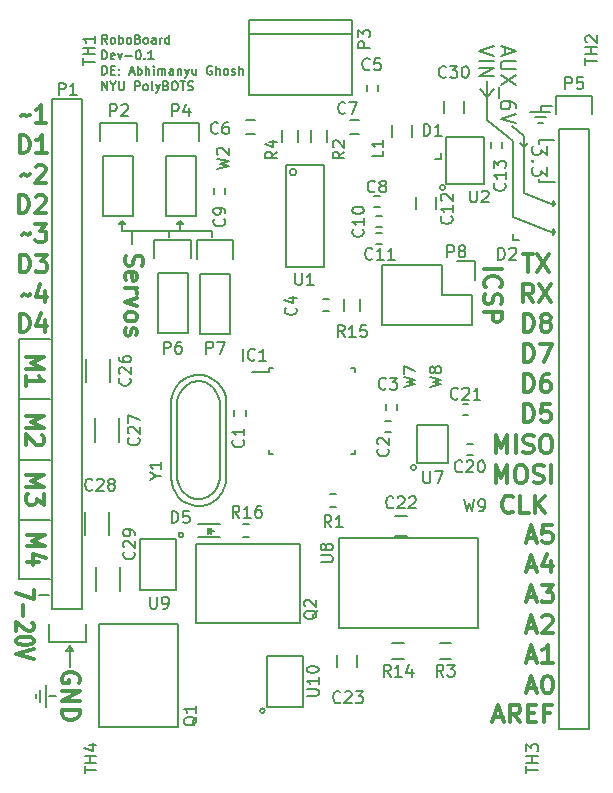
<source format=gto>
G04 #@! TF.FileFunction,Legend,Top*
%FSLAX46Y46*%
G04 Gerber Fmt 4.6, Leading zero omitted, Abs format (unit mm)*
G04 Created by KiCad (PCBNEW 4.0.5) date Mon Feb 27 06:48:06 2017*
%MOMM*%
%LPD*%
G01*
G04 APERTURE LIST*
%ADD10C,0.100000*%
%ADD11C,0.200000*%
%ADD12C,0.300000*%
%ADD13C,0.187500*%
%ADD14C,0.150000*%
G04 APERTURE END LIST*
D10*
D11*
X145100000Y-45800000D02*
X145300000Y-45600000D01*
X145100000Y-45350000D02*
X145100000Y-45800000D01*
X145300000Y-45600000D02*
X145100000Y-45350000D01*
X144950000Y-45600000D02*
X145300000Y-45600000D01*
X141700000Y-44300000D02*
X144950000Y-45600000D01*
X142650000Y-38350000D02*
X142950000Y-38000000D01*
X142300000Y-38000000D02*
X142650000Y-38350000D01*
X139550000Y-34100000D02*
X140150000Y-33450000D01*
X138950000Y-33450000D02*
X139550000Y-34100000D01*
X144050000Y-34900000D02*
X145050000Y-34900000D01*
X144050000Y-35350000D02*
X144050000Y-34900000D01*
X143800000Y-36300000D02*
X144300000Y-36300000D01*
X143550000Y-35850000D02*
X144500000Y-35850000D01*
X143200000Y-35400000D02*
X144850000Y-35400000D01*
X143950000Y-41350000D02*
X145250000Y-41350000D01*
X143950000Y-41100000D02*
X143950000Y-41350000D01*
X143950000Y-37750000D02*
X145200000Y-37750000D01*
X143950000Y-38100000D02*
X143950000Y-37750000D01*
X144584524Y-38240476D02*
X144584524Y-39014286D01*
X144108333Y-38597619D01*
X144108333Y-38776191D01*
X144048810Y-38895238D01*
X143989286Y-38954762D01*
X143870238Y-39014286D01*
X143572619Y-39014286D01*
X143453571Y-38954762D01*
X143394048Y-38895238D01*
X143334524Y-38776191D01*
X143334524Y-38419048D01*
X143394048Y-38300000D01*
X143453571Y-38240476D01*
X143453571Y-39550000D02*
X143394048Y-39609524D01*
X143334524Y-39550000D01*
X143394048Y-39490476D01*
X143453571Y-39550000D01*
X143334524Y-39550000D01*
X144584524Y-40026190D02*
X144584524Y-40800000D01*
X144108333Y-40383333D01*
X144108333Y-40561905D01*
X144048810Y-40680952D01*
X143989286Y-40740476D01*
X143870238Y-40800000D01*
X143572619Y-40800000D01*
X143453571Y-40740476D01*
X143394048Y-40680952D01*
X143334524Y-40561905D01*
X143334524Y-40204762D01*
X143394048Y-40085714D01*
X143453571Y-40026190D01*
X145100000Y-43350000D02*
X145300000Y-43150000D01*
X145100000Y-42950000D02*
X145100000Y-43350000D01*
X145300000Y-43150000D02*
X145100000Y-42950000D01*
X144950000Y-43150000D02*
X145300000Y-43150000D01*
X142650000Y-42300000D02*
X144950000Y-43150000D01*
X142650000Y-37450000D02*
X142650000Y-42250000D01*
X141600000Y-36600000D02*
X142650000Y-37450000D01*
X141700000Y-37850000D02*
X141700000Y-44300000D01*
X139550000Y-36100000D02*
X141700000Y-37850000D01*
X139550000Y-35400000D02*
X139550000Y-36100000D01*
X139550000Y-32800000D02*
X139550000Y-35400000D01*
X141041667Y-29945238D02*
X141041667Y-30540476D01*
X140684524Y-29826191D02*
X141934524Y-30242857D01*
X140684524Y-30659524D01*
X141934524Y-31076191D02*
X140922619Y-31076191D01*
X140803571Y-31135715D01*
X140744048Y-31195239D01*
X140684524Y-31314286D01*
X140684524Y-31552382D01*
X140744048Y-31671429D01*
X140803571Y-31730953D01*
X140922619Y-31790477D01*
X141934524Y-31790477D01*
X141934524Y-32266667D02*
X140684524Y-33100001D01*
X141934524Y-33100001D02*
X140684524Y-32266667D01*
X140565476Y-33278572D02*
X140565476Y-34230953D01*
X141934524Y-35064286D02*
X141934524Y-34826191D01*
X141875000Y-34707143D01*
X141815476Y-34647620D01*
X141636905Y-34528572D01*
X141398810Y-34469048D01*
X140922619Y-34469048D01*
X140803571Y-34528572D01*
X140744048Y-34588096D01*
X140684524Y-34707143D01*
X140684524Y-34945239D01*
X140744048Y-35064286D01*
X140803571Y-35123810D01*
X140922619Y-35183334D01*
X141220238Y-35183334D01*
X141339286Y-35123810D01*
X141398810Y-35064286D01*
X141458333Y-34945239D01*
X141458333Y-34707143D01*
X141398810Y-34588096D01*
X141339286Y-34528572D01*
X141220238Y-34469048D01*
X141934524Y-35540477D02*
X140684524Y-35957143D01*
X141934524Y-36373810D01*
X140084524Y-29830953D02*
X138834524Y-30247619D01*
X140084524Y-30664286D01*
X138834524Y-31080953D02*
X140084524Y-31080953D01*
X138834524Y-31676191D02*
X140084524Y-31676191D01*
X138834524Y-32390477D01*
X140084524Y-32390477D01*
X102400000Y-84850000D02*
X103000000Y-84850000D01*
X101300000Y-84700000D02*
X101300000Y-85050000D01*
X101700000Y-84350000D02*
X101700000Y-85350000D01*
X102150000Y-83950000D02*
X102150000Y-85750000D01*
X101600000Y-76300000D02*
X102400000Y-76300000D01*
X104450000Y-81050000D02*
X104200000Y-80650000D01*
X103900000Y-81050000D02*
X104450000Y-81050000D01*
X104200000Y-80650000D02*
X103900000Y-81050000D01*
X104200000Y-82350000D02*
X104200000Y-80650000D01*
D12*
X104950000Y-83707143D02*
X105021429Y-83564286D01*
X105021429Y-83350000D01*
X104950000Y-83135715D01*
X104807143Y-82992857D01*
X104664286Y-82921429D01*
X104378571Y-82850000D01*
X104164286Y-82850000D01*
X103878571Y-82921429D01*
X103735714Y-82992857D01*
X103592857Y-83135715D01*
X103521429Y-83350000D01*
X103521429Y-83492857D01*
X103592857Y-83707143D01*
X103664286Y-83778572D01*
X104164286Y-83778572D01*
X104164286Y-83492857D01*
X103521429Y-84421429D02*
X105021429Y-84421429D01*
X103521429Y-85278572D01*
X105021429Y-85278572D01*
X103521429Y-85992858D02*
X105021429Y-85992858D01*
X105021429Y-86350001D01*
X104950000Y-86564286D01*
X104807143Y-86707144D01*
X104664286Y-86778572D01*
X104378571Y-86850001D01*
X104164286Y-86850001D01*
X103878571Y-86778572D01*
X103735714Y-86707144D01*
X103592857Y-86564286D01*
X103521429Y-86350001D01*
X103521429Y-85992858D01*
X142557143Y-47453571D02*
X143414286Y-47453571D01*
X142985715Y-48953571D02*
X142985715Y-47453571D01*
X143771429Y-47453571D02*
X144771429Y-48953571D01*
X144771429Y-47453571D02*
X143771429Y-48953571D01*
X143450001Y-51503571D02*
X142950001Y-50789286D01*
X142592858Y-51503571D02*
X142592858Y-50003571D01*
X143164286Y-50003571D01*
X143307144Y-50075000D01*
X143378572Y-50146429D01*
X143450001Y-50289286D01*
X143450001Y-50503571D01*
X143378572Y-50646429D01*
X143307144Y-50717857D01*
X143164286Y-50789286D01*
X142592858Y-50789286D01*
X143950001Y-50003571D02*
X144950001Y-51503571D01*
X144950001Y-50003571D02*
X143950001Y-51503571D01*
X142642858Y-54003571D02*
X142642858Y-52503571D01*
X143000001Y-52503571D01*
X143214286Y-52575000D01*
X143357144Y-52717857D01*
X143428572Y-52860714D01*
X143500001Y-53146429D01*
X143500001Y-53360714D01*
X143428572Y-53646429D01*
X143357144Y-53789286D01*
X143214286Y-53932143D01*
X143000001Y-54003571D01*
X142642858Y-54003571D01*
X144357144Y-53146429D02*
X144214286Y-53075000D01*
X144142858Y-53003571D01*
X144071429Y-52860714D01*
X144071429Y-52789286D01*
X144142858Y-52646429D01*
X144214286Y-52575000D01*
X144357144Y-52503571D01*
X144642858Y-52503571D01*
X144785715Y-52575000D01*
X144857144Y-52646429D01*
X144928572Y-52789286D01*
X144928572Y-52860714D01*
X144857144Y-53003571D01*
X144785715Y-53075000D01*
X144642858Y-53146429D01*
X144357144Y-53146429D01*
X144214286Y-53217857D01*
X144142858Y-53289286D01*
X144071429Y-53432143D01*
X144071429Y-53717857D01*
X144142858Y-53860714D01*
X144214286Y-53932143D01*
X144357144Y-54003571D01*
X144642858Y-54003571D01*
X144785715Y-53932143D01*
X144857144Y-53860714D01*
X144928572Y-53717857D01*
X144928572Y-53432143D01*
X144857144Y-53289286D01*
X144785715Y-53217857D01*
X144642858Y-53146429D01*
X142642858Y-56553571D02*
X142642858Y-55053571D01*
X143000001Y-55053571D01*
X143214286Y-55125000D01*
X143357144Y-55267857D01*
X143428572Y-55410714D01*
X143500001Y-55696429D01*
X143500001Y-55910714D01*
X143428572Y-56196429D01*
X143357144Y-56339286D01*
X143214286Y-56482143D01*
X143000001Y-56553571D01*
X142642858Y-56553571D01*
X144000001Y-55053571D02*
X145000001Y-55053571D01*
X144357144Y-56553571D01*
X142642858Y-59103571D02*
X142642858Y-57603571D01*
X143000001Y-57603571D01*
X143214286Y-57675000D01*
X143357144Y-57817857D01*
X143428572Y-57960714D01*
X143500001Y-58246429D01*
X143500001Y-58460714D01*
X143428572Y-58746429D01*
X143357144Y-58889286D01*
X143214286Y-59032143D01*
X143000001Y-59103571D01*
X142642858Y-59103571D01*
X144785715Y-57603571D02*
X144500001Y-57603571D01*
X144357144Y-57675000D01*
X144285715Y-57746429D01*
X144142858Y-57960714D01*
X144071429Y-58246429D01*
X144071429Y-58817857D01*
X144142858Y-58960714D01*
X144214286Y-59032143D01*
X144357144Y-59103571D01*
X144642858Y-59103571D01*
X144785715Y-59032143D01*
X144857144Y-58960714D01*
X144928572Y-58817857D01*
X144928572Y-58460714D01*
X144857144Y-58317857D01*
X144785715Y-58246429D01*
X144642858Y-58175000D01*
X144357144Y-58175000D01*
X144214286Y-58246429D01*
X144142858Y-58317857D01*
X144071429Y-58460714D01*
X142642858Y-61653571D02*
X142642858Y-60153571D01*
X143000001Y-60153571D01*
X143214286Y-60225000D01*
X143357144Y-60367857D01*
X143428572Y-60510714D01*
X143500001Y-60796429D01*
X143500001Y-61010714D01*
X143428572Y-61296429D01*
X143357144Y-61439286D01*
X143214286Y-61582143D01*
X143000001Y-61653571D01*
X142642858Y-61653571D01*
X144857144Y-60153571D02*
X144142858Y-60153571D01*
X144071429Y-60867857D01*
X144142858Y-60796429D01*
X144285715Y-60725000D01*
X144642858Y-60725000D01*
X144785715Y-60796429D01*
X144857144Y-60867857D01*
X144928572Y-61010714D01*
X144928572Y-61367857D01*
X144857144Y-61510714D01*
X144785715Y-61582143D01*
X144642858Y-61653571D01*
X144285715Y-61653571D01*
X144142858Y-61582143D01*
X144071429Y-61510714D01*
X140242857Y-64278571D02*
X140242857Y-62778571D01*
X140742857Y-63850000D01*
X141242857Y-62778571D01*
X141242857Y-64278571D01*
X141957143Y-64278571D02*
X141957143Y-62778571D01*
X142600000Y-64207143D02*
X142814286Y-64278571D01*
X143171429Y-64278571D01*
X143314286Y-64207143D01*
X143385715Y-64135714D01*
X143457143Y-63992857D01*
X143457143Y-63850000D01*
X143385715Y-63707143D01*
X143314286Y-63635714D01*
X143171429Y-63564286D01*
X142885715Y-63492857D01*
X142742857Y-63421429D01*
X142671429Y-63350000D01*
X142600000Y-63207143D01*
X142600000Y-63064286D01*
X142671429Y-62921429D01*
X142742857Y-62850000D01*
X142885715Y-62778571D01*
X143242857Y-62778571D01*
X143457143Y-62850000D01*
X144385714Y-62778571D02*
X144671428Y-62778571D01*
X144814286Y-62850000D01*
X144957143Y-62992857D01*
X145028571Y-63278571D01*
X145028571Y-63778571D01*
X144957143Y-64064286D01*
X144814286Y-64207143D01*
X144671428Y-64278571D01*
X144385714Y-64278571D01*
X144242857Y-64207143D01*
X144100000Y-64064286D01*
X144028571Y-63778571D01*
X144028571Y-63278571D01*
X144100000Y-62992857D01*
X144242857Y-62850000D01*
X144385714Y-62778571D01*
X140242857Y-66828571D02*
X140242857Y-65328571D01*
X140742857Y-66400000D01*
X141242857Y-65328571D01*
X141242857Y-66828571D01*
X142242857Y-65328571D02*
X142528571Y-65328571D01*
X142671429Y-65400000D01*
X142814286Y-65542857D01*
X142885714Y-65828571D01*
X142885714Y-66328571D01*
X142814286Y-66614286D01*
X142671429Y-66757143D01*
X142528571Y-66828571D01*
X142242857Y-66828571D01*
X142100000Y-66757143D01*
X141957143Y-66614286D01*
X141885714Y-66328571D01*
X141885714Y-65828571D01*
X141957143Y-65542857D01*
X142100000Y-65400000D01*
X142242857Y-65328571D01*
X143457143Y-66757143D02*
X143671429Y-66828571D01*
X144028572Y-66828571D01*
X144171429Y-66757143D01*
X144242858Y-66685714D01*
X144314286Y-66542857D01*
X144314286Y-66400000D01*
X144242858Y-66257143D01*
X144171429Y-66185714D01*
X144028572Y-66114286D01*
X143742858Y-66042857D01*
X143600000Y-65971429D01*
X143528572Y-65900000D01*
X143457143Y-65757143D01*
X143457143Y-65614286D01*
X143528572Y-65471429D01*
X143600000Y-65400000D01*
X143742858Y-65328571D01*
X144100000Y-65328571D01*
X144314286Y-65400000D01*
X144957143Y-66828571D02*
X144957143Y-65328571D01*
X141707143Y-69235714D02*
X141635714Y-69307143D01*
X141421428Y-69378571D01*
X141278571Y-69378571D01*
X141064286Y-69307143D01*
X140921428Y-69164286D01*
X140850000Y-69021429D01*
X140778571Y-68735714D01*
X140778571Y-68521429D01*
X140850000Y-68235714D01*
X140921428Y-68092857D01*
X141064286Y-67950000D01*
X141278571Y-67878571D01*
X141421428Y-67878571D01*
X141635714Y-67950000D01*
X141707143Y-68021429D01*
X143064286Y-69378571D02*
X142350000Y-69378571D01*
X142350000Y-67878571D01*
X143564286Y-69378571D02*
X143564286Y-67878571D01*
X144421429Y-69378571D02*
X143778572Y-68521429D01*
X144421429Y-67878571D02*
X143564286Y-68735714D01*
X142928572Y-71450000D02*
X143642858Y-71450000D01*
X142785715Y-71878571D02*
X143285715Y-70378571D01*
X143785715Y-71878571D01*
X145000001Y-70378571D02*
X144285715Y-70378571D01*
X144214286Y-71092857D01*
X144285715Y-71021429D01*
X144428572Y-70950000D01*
X144785715Y-70950000D01*
X144928572Y-71021429D01*
X145000001Y-71092857D01*
X145071429Y-71235714D01*
X145071429Y-71592857D01*
X145000001Y-71735714D01*
X144928572Y-71807143D01*
X144785715Y-71878571D01*
X144428572Y-71878571D01*
X144285715Y-71807143D01*
X144214286Y-71735714D01*
X142928572Y-73950000D02*
X143642858Y-73950000D01*
X142785715Y-74378571D02*
X143285715Y-72878571D01*
X143785715Y-74378571D01*
X144928572Y-73378571D02*
X144928572Y-74378571D01*
X144571429Y-72807143D02*
X144214286Y-73878571D01*
X145142858Y-73878571D01*
X142928572Y-76500000D02*
X143642858Y-76500000D01*
X142785715Y-76928571D02*
X143285715Y-75428571D01*
X143785715Y-76928571D01*
X144142858Y-75428571D02*
X145071429Y-75428571D01*
X144571429Y-76000000D01*
X144785715Y-76000000D01*
X144928572Y-76071429D01*
X145000001Y-76142857D01*
X145071429Y-76285714D01*
X145071429Y-76642857D01*
X145000001Y-76785714D01*
X144928572Y-76857143D01*
X144785715Y-76928571D01*
X144357143Y-76928571D01*
X144214286Y-76857143D01*
X144142858Y-76785714D01*
X142928572Y-79100000D02*
X143642858Y-79100000D01*
X142785715Y-79528571D02*
X143285715Y-78028571D01*
X143785715Y-79528571D01*
X144214286Y-78171429D02*
X144285715Y-78100000D01*
X144428572Y-78028571D01*
X144785715Y-78028571D01*
X144928572Y-78100000D01*
X145000001Y-78171429D01*
X145071429Y-78314286D01*
X145071429Y-78457143D01*
X145000001Y-78671429D01*
X144142858Y-79528571D01*
X145071429Y-79528571D01*
X142928572Y-81600000D02*
X143642858Y-81600000D01*
X142785715Y-82028571D02*
X143285715Y-80528571D01*
X143785715Y-82028571D01*
X145071429Y-82028571D02*
X144214286Y-82028571D01*
X144642858Y-82028571D02*
X144642858Y-80528571D01*
X144500001Y-80742857D01*
X144357143Y-80885714D01*
X144214286Y-80957143D01*
X142928572Y-84200000D02*
X143642858Y-84200000D01*
X142785715Y-84628571D02*
X143285715Y-83128571D01*
X143785715Y-84628571D01*
X144571429Y-83128571D02*
X144714286Y-83128571D01*
X144857143Y-83200000D01*
X144928572Y-83271429D01*
X145000001Y-83414286D01*
X145071429Y-83700000D01*
X145071429Y-84057143D01*
X145000001Y-84342857D01*
X144928572Y-84485714D01*
X144857143Y-84557143D01*
X144714286Y-84628571D01*
X144571429Y-84628571D01*
X144428572Y-84557143D01*
X144357143Y-84485714D01*
X144285715Y-84342857D01*
X144214286Y-84057143D01*
X144214286Y-83700000D01*
X144285715Y-83414286D01*
X144357143Y-83271429D01*
X144428572Y-83200000D01*
X144571429Y-83128571D01*
X140121429Y-86650000D02*
X140835715Y-86650000D01*
X139978572Y-87078571D02*
X140478572Y-85578571D01*
X140978572Y-87078571D01*
X142335715Y-87078571D02*
X141835715Y-86364286D01*
X141478572Y-87078571D02*
X141478572Y-85578571D01*
X142050000Y-85578571D01*
X142192858Y-85650000D01*
X142264286Y-85721429D01*
X142335715Y-85864286D01*
X142335715Y-86078571D01*
X142264286Y-86221429D01*
X142192858Y-86292857D01*
X142050000Y-86364286D01*
X141478572Y-86364286D01*
X142978572Y-86292857D02*
X143478572Y-86292857D01*
X143692858Y-87078571D02*
X142978572Y-87078571D01*
X142978572Y-85578571D01*
X143692858Y-85578571D01*
X144835715Y-86292857D02*
X144335715Y-86292857D01*
X144335715Y-87078571D02*
X144335715Y-85578571D01*
X145050001Y-85578571D01*
X99942858Y-54028571D02*
X99942858Y-52528571D01*
X100300001Y-52528571D01*
X100514286Y-52600000D01*
X100657144Y-52742857D01*
X100728572Y-52885714D01*
X100800001Y-53171429D01*
X100800001Y-53385714D01*
X100728572Y-53671429D01*
X100657144Y-53814286D01*
X100514286Y-53957143D01*
X100300001Y-54028571D01*
X99942858Y-54028571D01*
X102085715Y-53028571D02*
X102085715Y-54028571D01*
X101728572Y-52457143D02*
X101371429Y-53528571D01*
X102300001Y-53528571D01*
X99942858Y-48978571D02*
X99942858Y-47478571D01*
X100300001Y-47478571D01*
X100514286Y-47550000D01*
X100657144Y-47692857D01*
X100728572Y-47835714D01*
X100800001Y-48121429D01*
X100800001Y-48335714D01*
X100728572Y-48621429D01*
X100657144Y-48764286D01*
X100514286Y-48907143D01*
X100300001Y-48978571D01*
X99942858Y-48978571D01*
X101300001Y-47478571D02*
X102228572Y-47478571D01*
X101728572Y-48050000D01*
X101942858Y-48050000D01*
X102085715Y-48121429D01*
X102157144Y-48192857D01*
X102228572Y-48335714D01*
X102228572Y-48692857D01*
X102157144Y-48835714D01*
X102085715Y-48907143D01*
X101942858Y-48978571D01*
X101514286Y-48978571D01*
X101371429Y-48907143D01*
X101300001Y-48835714D01*
X99892858Y-43928571D02*
X99892858Y-42428571D01*
X100250001Y-42428571D01*
X100464286Y-42500000D01*
X100607144Y-42642857D01*
X100678572Y-42785714D01*
X100750001Y-43071429D01*
X100750001Y-43285714D01*
X100678572Y-43571429D01*
X100607144Y-43714286D01*
X100464286Y-43857143D01*
X100250001Y-43928571D01*
X99892858Y-43928571D01*
X101321429Y-42571429D02*
X101392858Y-42500000D01*
X101535715Y-42428571D01*
X101892858Y-42428571D01*
X102035715Y-42500000D01*
X102107144Y-42571429D01*
X102178572Y-42714286D01*
X102178572Y-42857143D01*
X102107144Y-43071429D01*
X101250001Y-43928571D01*
X102178572Y-43928571D01*
X99942858Y-38878571D02*
X99942858Y-37378571D01*
X100300001Y-37378571D01*
X100514286Y-37450000D01*
X100657144Y-37592857D01*
X100728572Y-37735714D01*
X100800001Y-38021429D01*
X100800001Y-38235714D01*
X100728572Y-38521429D01*
X100657144Y-38664286D01*
X100514286Y-38807143D01*
X100300001Y-38878571D01*
X99942858Y-38878571D01*
X102228572Y-38878571D02*
X101371429Y-38878571D01*
X101800001Y-38878571D02*
X101800001Y-37378571D01*
X101657144Y-37592857D01*
X101514286Y-37735714D01*
X101371429Y-37807143D01*
X139271429Y-48685715D02*
X140771429Y-48685715D01*
X139414286Y-50257144D02*
X139342857Y-50185715D01*
X139271429Y-49971429D01*
X139271429Y-49828572D01*
X139342857Y-49614287D01*
X139485714Y-49471429D01*
X139628571Y-49400001D01*
X139914286Y-49328572D01*
X140128571Y-49328572D01*
X140414286Y-49400001D01*
X140557143Y-49471429D01*
X140700000Y-49614287D01*
X140771429Y-49828572D01*
X140771429Y-49971429D01*
X140700000Y-50185715D01*
X140628571Y-50257144D01*
X139342857Y-50828572D02*
X139271429Y-51042858D01*
X139271429Y-51400001D01*
X139342857Y-51542858D01*
X139414286Y-51614287D01*
X139557143Y-51685715D01*
X139700000Y-51685715D01*
X139842857Y-51614287D01*
X139914286Y-51542858D01*
X139985714Y-51400001D01*
X140057143Y-51114287D01*
X140128571Y-50971429D01*
X140200000Y-50900001D01*
X140342857Y-50828572D01*
X140485714Y-50828572D01*
X140628571Y-50900001D01*
X140700000Y-50971429D01*
X140771429Y-51114287D01*
X140771429Y-51471429D01*
X140700000Y-51685715D01*
X139271429Y-52328572D02*
X140771429Y-52328572D01*
X140771429Y-52900000D01*
X140700000Y-53042858D01*
X140628571Y-53114286D01*
X140485714Y-53185715D01*
X140271429Y-53185715D01*
X140128571Y-53114286D01*
X140057143Y-53042858D01*
X139985714Y-52900000D01*
X139985714Y-52328572D01*
D11*
X116200000Y-45500000D02*
X116200000Y-45950000D01*
X113500000Y-45500000D02*
X116200000Y-45500000D01*
X112600000Y-45550000D02*
X112600000Y-45950000D01*
X113750000Y-44850000D02*
X113550000Y-44650000D01*
X113300000Y-44850000D02*
X113750000Y-44850000D01*
X113550000Y-44650000D02*
X113300000Y-44850000D01*
X113550000Y-45500000D02*
X113550000Y-44650000D01*
X109450000Y-45500000D02*
X113550000Y-45500000D01*
X108900000Y-44850000D02*
X108650000Y-44600000D01*
X108350000Y-44850000D02*
X108900000Y-44850000D01*
X108650000Y-44600000D02*
X108350000Y-44850000D01*
X108650000Y-44850000D02*
X108650000Y-44600000D01*
X108650000Y-45500000D02*
X108650000Y-44850000D01*
X109450000Y-45500000D02*
X108650000Y-45500000D01*
X109450000Y-46600000D02*
X109450000Y-45500000D01*
D12*
X108942857Y-47557143D02*
X108871429Y-47771429D01*
X108871429Y-48128572D01*
X108942857Y-48271429D01*
X109014286Y-48342858D01*
X109157143Y-48414286D01*
X109300000Y-48414286D01*
X109442857Y-48342858D01*
X109514286Y-48271429D01*
X109585714Y-48128572D01*
X109657143Y-47842858D01*
X109728571Y-47700000D01*
X109800000Y-47628572D01*
X109942857Y-47557143D01*
X110085714Y-47557143D01*
X110228571Y-47628572D01*
X110300000Y-47700000D01*
X110371429Y-47842858D01*
X110371429Y-48200000D01*
X110300000Y-48414286D01*
X108942857Y-49628571D02*
X108871429Y-49485714D01*
X108871429Y-49200000D01*
X108942857Y-49057143D01*
X109085714Y-48985714D01*
X109657143Y-48985714D01*
X109800000Y-49057143D01*
X109871429Y-49200000D01*
X109871429Y-49485714D01*
X109800000Y-49628571D01*
X109657143Y-49700000D01*
X109514286Y-49700000D01*
X109371429Y-48985714D01*
X108871429Y-50342857D02*
X109871429Y-50342857D01*
X109585714Y-50342857D02*
X109728571Y-50414285D01*
X109800000Y-50485714D01*
X109871429Y-50628571D01*
X109871429Y-50771428D01*
X109871429Y-51128571D02*
X108871429Y-51485714D01*
X109871429Y-51842856D01*
X108871429Y-52628571D02*
X108942857Y-52485713D01*
X109014286Y-52414285D01*
X109157143Y-52342856D01*
X109585714Y-52342856D01*
X109728571Y-52414285D01*
X109800000Y-52485713D01*
X109871429Y-52628571D01*
X109871429Y-52842856D01*
X109800000Y-52985713D01*
X109728571Y-53057142D01*
X109585714Y-53128571D01*
X109157143Y-53128571D01*
X109014286Y-53057142D01*
X108942857Y-52985713D01*
X108871429Y-52842856D01*
X108871429Y-52628571D01*
X108942857Y-53699999D02*
X108871429Y-53842856D01*
X108871429Y-54128571D01*
X108942857Y-54271428D01*
X109085714Y-54342856D01*
X109157143Y-54342856D01*
X109300000Y-54271428D01*
X109371429Y-54128571D01*
X109371429Y-53914285D01*
X109442857Y-53771428D01*
X109585714Y-53699999D01*
X109657143Y-53699999D01*
X109800000Y-53771428D01*
X109871429Y-53914285D01*
X109871429Y-54128571D01*
X109800000Y-54271428D01*
X100142857Y-50957143D02*
X100214286Y-50885714D01*
X100357143Y-50814286D01*
X100642857Y-50957143D01*
X100785714Y-50885714D01*
X100857143Y-50814286D01*
X102071429Y-50528571D02*
X102071429Y-51528571D01*
X101714286Y-49957143D02*
X101357143Y-51028571D01*
X102285715Y-51028571D01*
X100142857Y-45807143D02*
X100214286Y-45735714D01*
X100357143Y-45664286D01*
X100642857Y-45807143D01*
X100785714Y-45735714D01*
X100857143Y-45664286D01*
X101285715Y-44878571D02*
X102214286Y-44878571D01*
X101714286Y-45450000D01*
X101928572Y-45450000D01*
X102071429Y-45521429D01*
X102142858Y-45592857D01*
X102214286Y-45735714D01*
X102214286Y-46092857D01*
X102142858Y-46235714D01*
X102071429Y-46307143D01*
X101928572Y-46378571D01*
X101500000Y-46378571D01*
X101357143Y-46307143D01*
X101285715Y-46235714D01*
X100092857Y-40807143D02*
X100164286Y-40735714D01*
X100307143Y-40664286D01*
X100592857Y-40807143D01*
X100735714Y-40735714D01*
X100807143Y-40664286D01*
X101307143Y-40021429D02*
X101378572Y-39950000D01*
X101521429Y-39878571D01*
X101878572Y-39878571D01*
X102021429Y-39950000D01*
X102092858Y-40021429D01*
X102164286Y-40164286D01*
X102164286Y-40307143D01*
X102092858Y-40521429D01*
X101235715Y-41378571D01*
X102164286Y-41378571D01*
X100092857Y-35757143D02*
X100164286Y-35685714D01*
X100307143Y-35614286D01*
X100592857Y-35757143D01*
X100735714Y-35685714D01*
X100807143Y-35614286D01*
X102164286Y-36328571D02*
X101307143Y-36328571D01*
X101735715Y-36328571D02*
X101735715Y-34828571D01*
X101592858Y-35042857D01*
X101450000Y-35185714D01*
X101307143Y-35257143D01*
D11*
X99900000Y-54650000D02*
X102500000Y-54650000D01*
X99900000Y-59750000D02*
X99900000Y-54650000D01*
X99900000Y-59700000D02*
X102500000Y-59700000D01*
X99900000Y-64950000D02*
X99900000Y-59700000D01*
X99900000Y-64900000D02*
X102500000Y-64900000D01*
X99900000Y-70000000D02*
X99900000Y-64900000D01*
X99900000Y-74950000D02*
X102500000Y-74950000D01*
X99900000Y-69950000D02*
X99900000Y-74950000D01*
X99900000Y-69950000D02*
X102500000Y-69950000D01*
D12*
X100571429Y-71185715D02*
X102071429Y-71185715D01*
X101000000Y-71685715D01*
X102071429Y-72185715D01*
X100571429Y-72185715D01*
X101571429Y-73542858D02*
X100571429Y-73542858D01*
X102142857Y-73185715D02*
X101071429Y-72828572D01*
X101071429Y-73757144D01*
X100471429Y-66135715D02*
X101971429Y-66135715D01*
X100900000Y-66635715D01*
X101971429Y-67135715D01*
X100471429Y-67135715D01*
X101971429Y-67707144D02*
X101971429Y-68635715D01*
X101400000Y-68135715D01*
X101400000Y-68350001D01*
X101328571Y-68492858D01*
X101257143Y-68564287D01*
X101114286Y-68635715D01*
X100757143Y-68635715D01*
X100614286Y-68564287D01*
X100542857Y-68492858D01*
X100471429Y-68350001D01*
X100471429Y-67921429D01*
X100542857Y-67778572D01*
X100614286Y-67707144D01*
X100471429Y-61135715D02*
X101971429Y-61135715D01*
X100900000Y-61635715D01*
X101971429Y-62135715D01*
X100471429Y-62135715D01*
X101828571Y-62778572D02*
X101900000Y-62850001D01*
X101971429Y-62992858D01*
X101971429Y-63350001D01*
X101900000Y-63492858D01*
X101828571Y-63564287D01*
X101685714Y-63635715D01*
X101542857Y-63635715D01*
X101328571Y-63564287D01*
X100471429Y-62707144D01*
X100471429Y-63635715D01*
X100521429Y-56135715D02*
X102021429Y-56135715D01*
X100950000Y-56635715D01*
X102021429Y-57135715D01*
X100521429Y-57135715D01*
X100521429Y-58635715D02*
X100521429Y-57778572D01*
X100521429Y-58207144D02*
X102021429Y-58207144D01*
X101807143Y-58064287D01*
X101664286Y-57921429D01*
X101592857Y-57778572D01*
X101171429Y-75833333D02*
X101171429Y-76666667D01*
X99671429Y-76130952D01*
X100242857Y-77142857D02*
X100242857Y-78095238D01*
X101028571Y-78630952D02*
X101100000Y-78690476D01*
X101171429Y-78809524D01*
X101171429Y-79107143D01*
X101100000Y-79226190D01*
X101028571Y-79285714D01*
X100885714Y-79345238D01*
X100742857Y-79345238D01*
X100528571Y-79285714D01*
X99671429Y-78571428D01*
X99671429Y-79345238D01*
X101171429Y-80119047D02*
X101171429Y-80238095D01*
X101100000Y-80357143D01*
X101028571Y-80416666D01*
X100885714Y-80476190D01*
X100600000Y-80535714D01*
X100242857Y-80535714D01*
X99957143Y-80476190D01*
X99814286Y-80416666D01*
X99742857Y-80357143D01*
X99671429Y-80238095D01*
X99671429Y-80119047D01*
X99742857Y-80000000D01*
X99814286Y-79940476D01*
X99957143Y-79880952D01*
X100242857Y-79821428D01*
X100600000Y-79821428D01*
X100885714Y-79880952D01*
X101028571Y-79940476D01*
X101100000Y-80000000D01*
X101171429Y-80119047D01*
X101171429Y-80892857D02*
X99671429Y-81309523D01*
X101171429Y-81726190D01*
D13*
X107357143Y-29620536D02*
X107107143Y-29263393D01*
X106928571Y-29620536D02*
X106928571Y-28870536D01*
X107214286Y-28870536D01*
X107285714Y-28906250D01*
X107321429Y-28941964D01*
X107357143Y-29013393D01*
X107357143Y-29120536D01*
X107321429Y-29191964D01*
X107285714Y-29227679D01*
X107214286Y-29263393D01*
X106928571Y-29263393D01*
X107785714Y-29620536D02*
X107714286Y-29584821D01*
X107678571Y-29549107D01*
X107642857Y-29477679D01*
X107642857Y-29263393D01*
X107678571Y-29191964D01*
X107714286Y-29156250D01*
X107785714Y-29120536D01*
X107892857Y-29120536D01*
X107964286Y-29156250D01*
X108000000Y-29191964D01*
X108035714Y-29263393D01*
X108035714Y-29477679D01*
X108000000Y-29549107D01*
X107964286Y-29584821D01*
X107892857Y-29620536D01*
X107785714Y-29620536D01*
X108357142Y-29620536D02*
X108357142Y-28870536D01*
X108357142Y-29156250D02*
X108428571Y-29120536D01*
X108571428Y-29120536D01*
X108642857Y-29156250D01*
X108678571Y-29191964D01*
X108714285Y-29263393D01*
X108714285Y-29477679D01*
X108678571Y-29549107D01*
X108642857Y-29584821D01*
X108571428Y-29620536D01*
X108428571Y-29620536D01*
X108357142Y-29584821D01*
X109142856Y-29620536D02*
X109071428Y-29584821D01*
X109035713Y-29549107D01*
X108999999Y-29477679D01*
X108999999Y-29263393D01*
X109035713Y-29191964D01*
X109071428Y-29156250D01*
X109142856Y-29120536D01*
X109249999Y-29120536D01*
X109321428Y-29156250D01*
X109357142Y-29191964D01*
X109392856Y-29263393D01*
X109392856Y-29477679D01*
X109357142Y-29549107D01*
X109321428Y-29584821D01*
X109249999Y-29620536D01*
X109142856Y-29620536D01*
X109964284Y-29227679D02*
X110071427Y-29263393D01*
X110107142Y-29299107D01*
X110142856Y-29370536D01*
X110142856Y-29477679D01*
X110107142Y-29549107D01*
X110071427Y-29584821D01*
X109999999Y-29620536D01*
X109714284Y-29620536D01*
X109714284Y-28870536D01*
X109964284Y-28870536D01*
X110035713Y-28906250D01*
X110071427Y-28941964D01*
X110107142Y-29013393D01*
X110107142Y-29084821D01*
X110071427Y-29156250D01*
X110035713Y-29191964D01*
X109964284Y-29227679D01*
X109714284Y-29227679D01*
X110571427Y-29620536D02*
X110499999Y-29584821D01*
X110464284Y-29549107D01*
X110428570Y-29477679D01*
X110428570Y-29263393D01*
X110464284Y-29191964D01*
X110499999Y-29156250D01*
X110571427Y-29120536D01*
X110678570Y-29120536D01*
X110749999Y-29156250D01*
X110785713Y-29191964D01*
X110821427Y-29263393D01*
X110821427Y-29477679D01*
X110785713Y-29549107D01*
X110749999Y-29584821D01*
X110678570Y-29620536D01*
X110571427Y-29620536D01*
X111464284Y-29620536D02*
X111464284Y-29227679D01*
X111428570Y-29156250D01*
X111357141Y-29120536D01*
X111214284Y-29120536D01*
X111142855Y-29156250D01*
X111464284Y-29584821D02*
X111392855Y-29620536D01*
X111214284Y-29620536D01*
X111142855Y-29584821D01*
X111107141Y-29513393D01*
X111107141Y-29441964D01*
X111142855Y-29370536D01*
X111214284Y-29334821D01*
X111392855Y-29334821D01*
X111464284Y-29299107D01*
X111821426Y-29620536D02*
X111821426Y-29120536D01*
X111821426Y-29263393D02*
X111857141Y-29191964D01*
X111892855Y-29156250D01*
X111964284Y-29120536D01*
X112035712Y-29120536D01*
X112607141Y-29620536D02*
X112607141Y-28870536D01*
X112607141Y-29584821D02*
X112535712Y-29620536D01*
X112392855Y-29620536D01*
X112321427Y-29584821D01*
X112285712Y-29549107D01*
X112249998Y-29477679D01*
X112249998Y-29263393D01*
X112285712Y-29191964D01*
X112321427Y-29156250D01*
X112392855Y-29120536D01*
X112535712Y-29120536D01*
X112607141Y-29156250D01*
X106928571Y-30933036D02*
X106928571Y-30183036D01*
X107107143Y-30183036D01*
X107214286Y-30218750D01*
X107285714Y-30290179D01*
X107321429Y-30361607D01*
X107357143Y-30504464D01*
X107357143Y-30611607D01*
X107321429Y-30754464D01*
X107285714Y-30825893D01*
X107214286Y-30897321D01*
X107107143Y-30933036D01*
X106928571Y-30933036D01*
X107964286Y-30897321D02*
X107892857Y-30933036D01*
X107750000Y-30933036D01*
X107678571Y-30897321D01*
X107642857Y-30825893D01*
X107642857Y-30540179D01*
X107678571Y-30468750D01*
X107750000Y-30433036D01*
X107892857Y-30433036D01*
X107964286Y-30468750D01*
X108000000Y-30540179D01*
X108000000Y-30611607D01*
X107642857Y-30683036D01*
X108250000Y-30433036D02*
X108428571Y-30933036D01*
X108607143Y-30433036D01*
X108892857Y-30647321D02*
X109464286Y-30647321D01*
X109964286Y-30183036D02*
X110035714Y-30183036D01*
X110107143Y-30218750D01*
X110142857Y-30254464D01*
X110178571Y-30325893D01*
X110214286Y-30468750D01*
X110214286Y-30647321D01*
X110178571Y-30790179D01*
X110142857Y-30861607D01*
X110107143Y-30897321D01*
X110035714Y-30933036D01*
X109964286Y-30933036D01*
X109892857Y-30897321D01*
X109857143Y-30861607D01*
X109821428Y-30790179D01*
X109785714Y-30647321D01*
X109785714Y-30468750D01*
X109821428Y-30325893D01*
X109857143Y-30254464D01*
X109892857Y-30218750D01*
X109964286Y-30183036D01*
X110535714Y-30861607D02*
X110571429Y-30897321D01*
X110535714Y-30933036D01*
X110500000Y-30897321D01*
X110535714Y-30861607D01*
X110535714Y-30933036D01*
X111285715Y-30933036D02*
X110857143Y-30933036D01*
X111071429Y-30933036D02*
X111071429Y-30183036D01*
X111000000Y-30290179D01*
X110928572Y-30361607D01*
X110857143Y-30397321D01*
X106928571Y-32245536D02*
X106928571Y-31495536D01*
X107107143Y-31495536D01*
X107214286Y-31531250D01*
X107285714Y-31602679D01*
X107321429Y-31674107D01*
X107357143Y-31816964D01*
X107357143Y-31924107D01*
X107321429Y-32066964D01*
X107285714Y-32138393D01*
X107214286Y-32209821D01*
X107107143Y-32245536D01*
X106928571Y-32245536D01*
X107678571Y-31852679D02*
X107928571Y-31852679D01*
X108035714Y-32245536D02*
X107678571Y-32245536D01*
X107678571Y-31495536D01*
X108035714Y-31495536D01*
X108357142Y-32174107D02*
X108392857Y-32209821D01*
X108357142Y-32245536D01*
X108321428Y-32209821D01*
X108357142Y-32174107D01*
X108357142Y-32245536D01*
X108357142Y-31781250D02*
X108392857Y-31816964D01*
X108357142Y-31852679D01*
X108321428Y-31816964D01*
X108357142Y-31781250D01*
X108357142Y-31852679D01*
X109250000Y-32031250D02*
X109607143Y-32031250D01*
X109178572Y-32245536D02*
X109428572Y-31495536D01*
X109678572Y-32245536D01*
X109928571Y-32245536D02*
X109928571Y-31495536D01*
X109928571Y-31781250D02*
X110000000Y-31745536D01*
X110142857Y-31745536D01*
X110214286Y-31781250D01*
X110250000Y-31816964D01*
X110285714Y-31888393D01*
X110285714Y-32102679D01*
X110250000Y-32174107D01*
X110214286Y-32209821D01*
X110142857Y-32245536D01*
X110000000Y-32245536D01*
X109928571Y-32209821D01*
X110607142Y-32245536D02*
X110607142Y-31495536D01*
X110928571Y-32245536D02*
X110928571Y-31852679D01*
X110892857Y-31781250D01*
X110821428Y-31745536D01*
X110714285Y-31745536D01*
X110642857Y-31781250D01*
X110607142Y-31816964D01*
X111285713Y-32245536D02*
X111285713Y-31745536D01*
X111285713Y-31495536D02*
X111249999Y-31531250D01*
X111285713Y-31566964D01*
X111321428Y-31531250D01*
X111285713Y-31495536D01*
X111285713Y-31566964D01*
X111642856Y-32245536D02*
X111642856Y-31745536D01*
X111642856Y-31816964D02*
X111678571Y-31781250D01*
X111749999Y-31745536D01*
X111857142Y-31745536D01*
X111928571Y-31781250D01*
X111964285Y-31852679D01*
X111964285Y-32245536D01*
X111964285Y-31852679D02*
X111999999Y-31781250D01*
X112071428Y-31745536D01*
X112178571Y-31745536D01*
X112249999Y-31781250D01*
X112285714Y-31852679D01*
X112285714Y-32245536D01*
X112964285Y-32245536D02*
X112964285Y-31852679D01*
X112928571Y-31781250D01*
X112857142Y-31745536D01*
X112714285Y-31745536D01*
X112642856Y-31781250D01*
X112964285Y-32209821D02*
X112892856Y-32245536D01*
X112714285Y-32245536D01*
X112642856Y-32209821D01*
X112607142Y-32138393D01*
X112607142Y-32066964D01*
X112642856Y-31995536D01*
X112714285Y-31959821D01*
X112892856Y-31959821D01*
X112964285Y-31924107D01*
X113321427Y-31745536D02*
X113321427Y-32245536D01*
X113321427Y-31816964D02*
X113357142Y-31781250D01*
X113428570Y-31745536D01*
X113535713Y-31745536D01*
X113607142Y-31781250D01*
X113642856Y-31852679D01*
X113642856Y-32245536D01*
X113928570Y-31745536D02*
X114107141Y-32245536D01*
X114285713Y-31745536D02*
X114107141Y-32245536D01*
X114035713Y-32424107D01*
X113999998Y-32459821D01*
X113928570Y-32495536D01*
X114892856Y-31745536D02*
X114892856Y-32245536D01*
X114571427Y-31745536D02*
X114571427Y-32138393D01*
X114607142Y-32209821D01*
X114678570Y-32245536D01*
X114785713Y-32245536D01*
X114857142Y-32209821D01*
X114892856Y-32174107D01*
X116214285Y-31531250D02*
X116142856Y-31495536D01*
X116035713Y-31495536D01*
X115928570Y-31531250D01*
X115857142Y-31602679D01*
X115821427Y-31674107D01*
X115785713Y-31816964D01*
X115785713Y-31924107D01*
X115821427Y-32066964D01*
X115857142Y-32138393D01*
X115928570Y-32209821D01*
X116035713Y-32245536D01*
X116107142Y-32245536D01*
X116214285Y-32209821D01*
X116249999Y-32174107D01*
X116249999Y-31924107D01*
X116107142Y-31924107D01*
X116571427Y-32245536D02*
X116571427Y-31495536D01*
X116892856Y-32245536D02*
X116892856Y-31852679D01*
X116857142Y-31781250D01*
X116785713Y-31745536D01*
X116678570Y-31745536D01*
X116607142Y-31781250D01*
X116571427Y-31816964D01*
X117357141Y-32245536D02*
X117285713Y-32209821D01*
X117249998Y-32174107D01*
X117214284Y-32102679D01*
X117214284Y-31888393D01*
X117249998Y-31816964D01*
X117285713Y-31781250D01*
X117357141Y-31745536D01*
X117464284Y-31745536D01*
X117535713Y-31781250D01*
X117571427Y-31816964D01*
X117607141Y-31888393D01*
X117607141Y-32102679D01*
X117571427Y-32174107D01*
X117535713Y-32209821D01*
X117464284Y-32245536D01*
X117357141Y-32245536D01*
X117892855Y-32209821D02*
X117964284Y-32245536D01*
X118107141Y-32245536D01*
X118178569Y-32209821D01*
X118214284Y-32138393D01*
X118214284Y-32102679D01*
X118178569Y-32031250D01*
X118107141Y-31995536D01*
X117999998Y-31995536D01*
X117928569Y-31959821D01*
X117892855Y-31888393D01*
X117892855Y-31852679D01*
X117928569Y-31781250D01*
X117999998Y-31745536D01*
X118107141Y-31745536D01*
X118178569Y-31781250D01*
X118535712Y-32245536D02*
X118535712Y-31495536D01*
X118857141Y-32245536D02*
X118857141Y-31852679D01*
X118821427Y-31781250D01*
X118749998Y-31745536D01*
X118642855Y-31745536D01*
X118571427Y-31781250D01*
X118535712Y-31816964D01*
X106928571Y-33558036D02*
X106928571Y-32808036D01*
X107357143Y-33558036D01*
X107357143Y-32808036D01*
X107857143Y-33200893D02*
X107857143Y-33558036D01*
X107607143Y-32808036D02*
X107857143Y-33200893D01*
X108107143Y-32808036D01*
X108357142Y-32808036D02*
X108357142Y-33415179D01*
X108392857Y-33486607D01*
X108428571Y-33522321D01*
X108500000Y-33558036D01*
X108642857Y-33558036D01*
X108714285Y-33522321D01*
X108750000Y-33486607D01*
X108785714Y-33415179D01*
X108785714Y-32808036D01*
X109714285Y-33558036D02*
X109714285Y-32808036D01*
X110000000Y-32808036D01*
X110071428Y-32843750D01*
X110107143Y-32879464D01*
X110142857Y-32950893D01*
X110142857Y-33058036D01*
X110107143Y-33129464D01*
X110071428Y-33165179D01*
X110000000Y-33200893D01*
X109714285Y-33200893D01*
X110571428Y-33558036D02*
X110500000Y-33522321D01*
X110464285Y-33486607D01*
X110428571Y-33415179D01*
X110428571Y-33200893D01*
X110464285Y-33129464D01*
X110500000Y-33093750D01*
X110571428Y-33058036D01*
X110678571Y-33058036D01*
X110750000Y-33093750D01*
X110785714Y-33129464D01*
X110821428Y-33200893D01*
X110821428Y-33415179D01*
X110785714Y-33486607D01*
X110750000Y-33522321D01*
X110678571Y-33558036D01*
X110571428Y-33558036D01*
X111249999Y-33558036D02*
X111178571Y-33522321D01*
X111142856Y-33450893D01*
X111142856Y-32808036D01*
X111464285Y-33058036D02*
X111642856Y-33558036D01*
X111821428Y-33058036D02*
X111642856Y-33558036D01*
X111571428Y-33736607D01*
X111535713Y-33772321D01*
X111464285Y-33808036D01*
X112357142Y-33165179D02*
X112464285Y-33200893D01*
X112500000Y-33236607D01*
X112535714Y-33308036D01*
X112535714Y-33415179D01*
X112500000Y-33486607D01*
X112464285Y-33522321D01*
X112392857Y-33558036D01*
X112107142Y-33558036D01*
X112107142Y-32808036D01*
X112357142Y-32808036D01*
X112428571Y-32843750D01*
X112464285Y-32879464D01*
X112500000Y-32950893D01*
X112500000Y-33022321D01*
X112464285Y-33093750D01*
X112428571Y-33129464D01*
X112357142Y-33165179D01*
X112107142Y-33165179D01*
X113000000Y-32808036D02*
X113142857Y-32808036D01*
X113214285Y-32843750D01*
X113285714Y-32915179D01*
X113321428Y-33058036D01*
X113321428Y-33308036D01*
X113285714Y-33450893D01*
X113214285Y-33522321D01*
X113142857Y-33558036D01*
X113000000Y-33558036D01*
X112928571Y-33522321D01*
X112857142Y-33450893D01*
X112821428Y-33308036D01*
X112821428Y-33058036D01*
X112857142Y-32915179D01*
X112928571Y-32843750D01*
X113000000Y-32808036D01*
X113535714Y-32808036D02*
X113964285Y-32808036D01*
X113749999Y-33558036D02*
X113749999Y-32808036D01*
X114178571Y-33522321D02*
X114285714Y-33558036D01*
X114464285Y-33558036D01*
X114535714Y-33522321D01*
X114571428Y-33486607D01*
X114607143Y-33415179D01*
X114607143Y-33343750D01*
X114571428Y-33272321D01*
X114535714Y-33236607D01*
X114464285Y-33200893D01*
X114321428Y-33165179D01*
X114250000Y-33129464D01*
X114214285Y-33093750D01*
X114178571Y-33022321D01*
X114178571Y-32950893D01*
X114214285Y-32879464D01*
X114250000Y-32843750D01*
X114321428Y-32808036D01*
X114500000Y-32808036D01*
X114607143Y-32843750D01*
D14*
X119075000Y-61100000D02*
X119075000Y-60600000D01*
X118125000Y-60600000D02*
X118125000Y-61100000D01*
X131400000Y-61525000D02*
X130900000Y-61525000D01*
X130900000Y-62475000D02*
X131400000Y-62475000D01*
X130975000Y-60100000D02*
X130975000Y-60600000D01*
X131925000Y-60600000D02*
X131925000Y-60100000D01*
X126100000Y-51275000D02*
X125600000Y-51275000D01*
X125600000Y-52225000D02*
X126100000Y-52225000D01*
X129325000Y-33100000D02*
X129325000Y-33600000D01*
X130275000Y-33600000D02*
X130275000Y-33100000D01*
X119850000Y-37300000D02*
X119150000Y-37300000D01*
X119150000Y-36100000D02*
X119850000Y-36100000D01*
X127950000Y-36100000D02*
X128650000Y-36100000D01*
X128650000Y-37300000D02*
X127950000Y-37300000D01*
X130450000Y-42525000D02*
X129950000Y-42525000D01*
X129950000Y-43475000D02*
X130450000Y-43475000D01*
X116425000Y-41850000D02*
X116425000Y-42350000D01*
X117375000Y-42350000D02*
X117375000Y-41850000D01*
X130650000Y-44225000D02*
X130150000Y-44225000D01*
X130150000Y-45175000D02*
X130650000Y-45175000D01*
X130650000Y-45625000D02*
X130150000Y-45625000D01*
X130150000Y-46575000D02*
X130650000Y-46575000D01*
X135200000Y-43600000D02*
X135200000Y-42600000D01*
X133500000Y-42600000D02*
X133500000Y-43600000D01*
X139875000Y-37950000D02*
X139875000Y-38450000D01*
X140825000Y-38450000D02*
X140825000Y-37950000D01*
X138350000Y-63525000D02*
X137850000Y-63525000D01*
X137850000Y-64475000D02*
X138350000Y-64475000D01*
X137950000Y-60125000D02*
X137450000Y-60125000D01*
X137450000Y-61075000D02*
X137950000Y-61075000D01*
X131725000Y-71275000D02*
X132725000Y-71275000D01*
X132725000Y-69575000D02*
X131725000Y-69575000D01*
X128550000Y-82350000D02*
X128550000Y-81350000D01*
X126850000Y-81350000D02*
X126850000Y-82350000D01*
X107625000Y-58300000D02*
X107625000Y-56300000D01*
X105575000Y-56300000D02*
X105575000Y-58300000D01*
X108375000Y-63350000D02*
X108375000Y-61350000D01*
X106325000Y-61350000D02*
X106325000Y-63350000D01*
X107525000Y-71250000D02*
X107525000Y-69250000D01*
X105475000Y-69250000D02*
X105475000Y-71250000D01*
X108425000Y-75950000D02*
X108425000Y-73950000D01*
X106375000Y-73950000D02*
X106375000Y-75950000D01*
X135600000Y-39350000D02*
X135600000Y-38850000D01*
X135100000Y-39350000D02*
X135600000Y-39350000D01*
X141750000Y-46200000D02*
X142250000Y-46200000D01*
X141750000Y-45700000D02*
X141750000Y-46200000D01*
X121075000Y-57075000D02*
X121075000Y-57400000D01*
X128325000Y-57075000D02*
X128325000Y-57400000D01*
X128325000Y-64325000D02*
X128325000Y-64000000D01*
X121075000Y-64325000D02*
X121075000Y-64000000D01*
X121075000Y-57075000D02*
X121400000Y-57075000D01*
X121075000Y-64325000D02*
X121400000Y-64325000D01*
X128325000Y-64325000D02*
X128000000Y-64325000D01*
X128325000Y-57075000D02*
X128000000Y-57075000D01*
X121075000Y-57400000D02*
X119650000Y-57400000D01*
X131450000Y-36500000D02*
X131450000Y-37500000D01*
X133150000Y-37500000D02*
X133150000Y-36500000D01*
X102730000Y-77470000D02*
X102730000Y-34290000D01*
X102730000Y-34290000D02*
X105270000Y-34290000D01*
X105270000Y-34290000D02*
X105270000Y-77470000D01*
X102450000Y-80290000D02*
X102450000Y-78740000D01*
X102730000Y-77470000D02*
X105270000Y-77470000D01*
X105550000Y-78740000D02*
X105550000Y-80290000D01*
X105550000Y-80290000D02*
X102450000Y-80290000D01*
X107030000Y-39130000D02*
X107030000Y-44210000D01*
X107030000Y-44210000D02*
X109570000Y-44210000D01*
X109570000Y-44210000D02*
X109570000Y-39130000D01*
X109850000Y-36310000D02*
X109850000Y-37860000D01*
X109570000Y-39130000D02*
X107030000Y-39130000D01*
X106750000Y-37860000D02*
X106750000Y-36310000D01*
X106750000Y-36310000D02*
X109850000Y-36310000D01*
X128050900Y-27582540D02*
X119350900Y-27582540D01*
X128050900Y-33987540D02*
X119350900Y-33987540D01*
X119350900Y-33987540D02*
X119350900Y-27582540D01*
X119350900Y-28812540D02*
X128050900Y-28812540D01*
X128050900Y-27582540D02*
X128050900Y-33987540D01*
X112330000Y-39130000D02*
X112330000Y-44210000D01*
X112330000Y-44210000D02*
X114870000Y-44210000D01*
X114870000Y-44210000D02*
X114870000Y-39130000D01*
X115150000Y-36310000D02*
X115150000Y-37860000D01*
X114870000Y-39130000D02*
X112330000Y-39130000D01*
X112050000Y-37860000D02*
X112050000Y-36310000D01*
X112050000Y-36310000D02*
X115150000Y-36310000D01*
X148170000Y-36830000D02*
X148170000Y-87630000D01*
X148170000Y-87630000D02*
X145630000Y-87630000D01*
X145630000Y-87630000D02*
X145630000Y-36830000D01*
X148450000Y-34010000D02*
X148450000Y-35560000D01*
X148170000Y-36830000D02*
X145630000Y-36830000D01*
X145350000Y-35560000D02*
X145350000Y-34010000D01*
X145350000Y-34010000D02*
X148450000Y-34010000D01*
X111630000Y-49070000D02*
X111630000Y-54150000D01*
X111630000Y-54150000D02*
X114170000Y-54150000D01*
X114170000Y-54150000D02*
X114170000Y-49070000D01*
X114450000Y-46250000D02*
X114450000Y-47800000D01*
X114170000Y-49070000D02*
X111630000Y-49070000D01*
X111350000Y-47800000D02*
X111350000Y-46250000D01*
X111350000Y-46250000D02*
X114450000Y-46250000D01*
X115230000Y-49090000D02*
X115230000Y-54170000D01*
X115230000Y-54170000D02*
X117770000Y-54170000D01*
X117770000Y-54170000D02*
X117770000Y-49090000D01*
X118050000Y-46270000D02*
X118050000Y-47820000D01*
X117770000Y-49090000D02*
X115230000Y-49090000D01*
X114950000Y-47820000D02*
X114950000Y-46270000D01*
X114950000Y-46270000D02*
X118050000Y-46270000D01*
X135670000Y-48330000D02*
X130590000Y-48330000D01*
X138490000Y-48050000D02*
X138490000Y-49600000D01*
X138210000Y-50870000D02*
X135670000Y-50870000D01*
X135670000Y-50870000D02*
X135670000Y-48330000D01*
X130590000Y-48330000D02*
X130590000Y-53410000D01*
X130590000Y-53410000D02*
X135670000Y-53410000D01*
X138490000Y-48050000D02*
X136940000Y-48050000D01*
X138210000Y-53410000D02*
X138210000Y-50870000D01*
X135670000Y-53410000D02*
X138210000Y-53410000D01*
X106650000Y-78750000D02*
X113350000Y-78750000D01*
X106650000Y-87500000D02*
X106650000Y-78750000D01*
X113350000Y-87500000D02*
X106650000Y-87500000D01*
X113350000Y-78750000D02*
X113350000Y-87500000D01*
X123650000Y-71950000D02*
X123650000Y-78650000D01*
X114900000Y-71950000D02*
X123650000Y-71950000D01*
X114900000Y-78650000D02*
X114900000Y-71950000D01*
X123650000Y-78650000D02*
X114900000Y-78650000D01*
X126250000Y-68825000D02*
X126750000Y-68825000D01*
X126750000Y-67775000D02*
X126250000Y-67775000D01*
X125975000Y-36900000D02*
X125975000Y-37900000D01*
X124625000Y-37900000D02*
X124625000Y-36900000D01*
X136500000Y-81675000D02*
X135500000Y-81675000D01*
X135500000Y-80325000D02*
X136500000Y-80325000D01*
X123475000Y-36900000D02*
X123475000Y-37900000D01*
X122125000Y-37900000D02*
X122125000Y-36900000D01*
X131500000Y-80325000D02*
X132500000Y-80325000D01*
X132500000Y-81675000D02*
X131500000Y-81675000D01*
X127425000Y-52250000D02*
X127425000Y-51250000D01*
X128775000Y-51250000D02*
X128775000Y-52250000D01*
X123382843Y-40500000D02*
G75*
G03X123382843Y-40500000I-282843J0D01*
G01*
X122500000Y-39870000D02*
X125700000Y-39870000D01*
X122500000Y-48530000D02*
X122500000Y-39870000D01*
X125700000Y-48530000D02*
X122500000Y-48530000D01*
X125700000Y-39870000D02*
X125700000Y-48530000D01*
X133523607Y-65500000D02*
G75*
G03X133523607Y-65500000I-223607J0D01*
G01*
X136250000Y-65100000D02*
X133550000Y-65100000D01*
X136250000Y-61900000D02*
X136250000Y-65100000D01*
X133550000Y-61900000D02*
X136250000Y-61900000D01*
X133550000Y-65100000D02*
X133550000Y-61900000D01*
X138750000Y-79050000D02*
X126950000Y-79050000D01*
X138750000Y-71450000D02*
X138750000Y-79050000D01*
X126950000Y-71450000D02*
X138750000Y-71450000D01*
X126950000Y-79050000D02*
X126950000Y-71450000D01*
X113800000Y-71200000D02*
G75*
G03X113800000Y-71200000I-200000J0D01*
G01*
X113225000Y-71550000D02*
X113225000Y-75850000D01*
X110175000Y-71550000D02*
X113225000Y-71550000D01*
X110175000Y-75850000D02*
X110175000Y-71550000D01*
X113225000Y-75850000D02*
X110175000Y-75850000D01*
X120700000Y-86100000D02*
G75*
G03X120700000Y-86100000I-200000J0D01*
G01*
X120875000Y-85750000D02*
X120875000Y-81450000D01*
X123925000Y-85750000D02*
X120875000Y-85750000D01*
X123925000Y-81450000D02*
X123925000Y-85750000D01*
X120875000Y-81450000D02*
X123925000Y-81450000D01*
X114099240Y-58501000D02*
X114500560Y-58300340D01*
X114500560Y-58300340D02*
X115100000Y-58198740D01*
X115100000Y-58198740D02*
X115600380Y-58300340D01*
X115600380Y-58300340D02*
X116298880Y-58699120D01*
X116298880Y-58699120D02*
X116700200Y-59301100D01*
X116700200Y-59301100D02*
X116900860Y-59900540D01*
X116900860Y-59900540D02*
X116900860Y-66499460D01*
X116900860Y-66499460D02*
X116700200Y-67200500D01*
X116700200Y-67200500D02*
X116400480Y-67599280D01*
X116400480Y-67599280D02*
X115900100Y-68000600D01*
X115900100Y-68000600D02*
X115300660Y-68201260D01*
X115300660Y-68201260D02*
X114800280Y-68201260D01*
X114800280Y-68201260D02*
X114299900Y-68000600D01*
X114299900Y-68000600D02*
X113700460Y-67500220D01*
X113700460Y-67500220D02*
X113400740Y-66999840D01*
X113400740Y-66999840D02*
X113299140Y-66499460D01*
X113299140Y-66400400D02*
X113299140Y-59798940D01*
X113299140Y-59798940D02*
X113400740Y-59400160D01*
X113400740Y-59400160D02*
X113700460Y-58899780D01*
X113700460Y-58899780D02*
X114200840Y-58399400D01*
X112770820Y-66390240D02*
X112819080Y-66849980D01*
X112819080Y-66849980D02*
X112930840Y-67248760D01*
X112930840Y-67248760D02*
X113149280Y-67680560D01*
X113149280Y-67680560D02*
X113380420Y-67970120D01*
X113380420Y-67970120D02*
X113730940Y-68300320D01*
X113730940Y-68300320D02*
X114269420Y-68589880D01*
X114269420Y-68589880D02*
X114868860Y-68719420D01*
X114868860Y-68719420D02*
X115379400Y-68719420D01*
X115379400Y-68719420D02*
X116080440Y-68549240D01*
X116080440Y-68549240D02*
X116669720Y-68150460D01*
X116669720Y-68150460D02*
X117040560Y-67690720D01*
X117040560Y-67690720D02*
X117248840Y-67269080D01*
X117248840Y-67269080D02*
X117408860Y-66819500D01*
X117408860Y-66819500D02*
X117439340Y-66380080D01*
X117220900Y-59039480D02*
X116999920Y-58661020D01*
X116999920Y-58661020D02*
X116720520Y-58340980D01*
X116720520Y-58340980D02*
X116390320Y-58089520D01*
X116390320Y-58089520D02*
X115839140Y-57789800D01*
X115839140Y-57789800D02*
X115369240Y-57680580D01*
X115369240Y-57680580D02*
X114909500Y-57660260D01*
X114909500Y-57660260D02*
X114449760Y-57749160D01*
X114449760Y-57749160D02*
X114000180Y-57939660D01*
X114000180Y-57939660D02*
X113530280Y-58300340D01*
X113530280Y-58300340D02*
X113210240Y-58650860D01*
X113210240Y-58650860D02*
X112979100Y-59039480D01*
X112979100Y-59039480D02*
X112839400Y-59468740D01*
X112839400Y-59468740D02*
X112770820Y-59910700D01*
X117429180Y-66400400D02*
X117429180Y-59948800D01*
X117429180Y-59948800D02*
X117391080Y-59529700D01*
X117391080Y-59529700D02*
X117220900Y-59039480D01*
X112770820Y-66400400D02*
X112770820Y-59948800D01*
X135850000Y-34450000D02*
X135850000Y-35450000D01*
X137550000Y-35450000D02*
X137550000Y-34450000D01*
X115050000Y-71400000D02*
X116950000Y-71400000D01*
X115050000Y-70300000D02*
X116950000Y-70300000D01*
X115950000Y-70850000D02*
X116400000Y-70850000D01*
X115900000Y-70600000D02*
X115900000Y-71100000D01*
X115900000Y-70850000D02*
X116150000Y-70600000D01*
X116150000Y-70600000D02*
X116150000Y-71100000D01*
X116150000Y-71100000D02*
X115900000Y-70850000D01*
X119400000Y-70325000D02*
X118900000Y-70325000D01*
X118900000Y-71375000D02*
X119400000Y-71375000D01*
X135973607Y-41800000D02*
G75*
G03X135973607Y-41800000I-223607J0D01*
G01*
X139250000Y-41500000D02*
X136050000Y-41500000D01*
X139250000Y-37500000D02*
X139250000Y-41500000D01*
X136050000Y-37500000D02*
X139250000Y-37500000D01*
X136050000Y-41500000D02*
X136050000Y-37500000D01*
X118857143Y-63166666D02*
X118904762Y-63214285D01*
X118952381Y-63357142D01*
X118952381Y-63452380D01*
X118904762Y-63595238D01*
X118809524Y-63690476D01*
X118714286Y-63738095D01*
X118523810Y-63785714D01*
X118380952Y-63785714D01*
X118190476Y-63738095D01*
X118095238Y-63690476D01*
X118000000Y-63595238D01*
X117952381Y-63452380D01*
X117952381Y-63357142D01*
X118000000Y-63214285D01*
X118047619Y-63166666D01*
X118952381Y-62214285D02*
X118952381Y-62785714D01*
X118952381Y-62500000D02*
X117952381Y-62500000D01*
X118095238Y-62595238D01*
X118190476Y-62690476D01*
X118238095Y-62785714D01*
X131107143Y-63916666D02*
X131154762Y-63964285D01*
X131202381Y-64107142D01*
X131202381Y-64202380D01*
X131154762Y-64345238D01*
X131059524Y-64440476D01*
X130964286Y-64488095D01*
X130773810Y-64535714D01*
X130630952Y-64535714D01*
X130440476Y-64488095D01*
X130345238Y-64440476D01*
X130250000Y-64345238D01*
X130202381Y-64202380D01*
X130202381Y-64107142D01*
X130250000Y-63964285D01*
X130297619Y-63916666D01*
X130297619Y-63535714D02*
X130250000Y-63488095D01*
X130202381Y-63392857D01*
X130202381Y-63154761D01*
X130250000Y-63059523D01*
X130297619Y-63011904D01*
X130392857Y-62964285D01*
X130488095Y-62964285D01*
X130630952Y-63011904D01*
X131202381Y-63583333D01*
X131202381Y-62964285D01*
X130958334Y-58807143D02*
X130910715Y-58854762D01*
X130767858Y-58902381D01*
X130672620Y-58902381D01*
X130529762Y-58854762D01*
X130434524Y-58759524D01*
X130386905Y-58664286D01*
X130339286Y-58473810D01*
X130339286Y-58330952D01*
X130386905Y-58140476D01*
X130434524Y-58045238D01*
X130529762Y-57950000D01*
X130672620Y-57902381D01*
X130767858Y-57902381D01*
X130910715Y-57950000D01*
X130958334Y-57997619D01*
X131291667Y-57902381D02*
X131910715Y-57902381D01*
X131577381Y-58283333D01*
X131720239Y-58283333D01*
X131815477Y-58330952D01*
X131863096Y-58378571D01*
X131910715Y-58473810D01*
X131910715Y-58711905D01*
X131863096Y-58807143D01*
X131815477Y-58854762D01*
X131720239Y-58902381D01*
X131434524Y-58902381D01*
X131339286Y-58854762D01*
X131291667Y-58807143D01*
X123307143Y-51966666D02*
X123354762Y-52014285D01*
X123402381Y-52157142D01*
X123402381Y-52252380D01*
X123354762Y-52395238D01*
X123259524Y-52490476D01*
X123164286Y-52538095D01*
X122973810Y-52585714D01*
X122830952Y-52585714D01*
X122640476Y-52538095D01*
X122545238Y-52490476D01*
X122450000Y-52395238D01*
X122402381Y-52252380D01*
X122402381Y-52157142D01*
X122450000Y-52014285D01*
X122497619Y-51966666D01*
X122735714Y-51109523D02*
X123402381Y-51109523D01*
X122354762Y-51347619D02*
X123069048Y-51585714D01*
X123069048Y-50966666D01*
X129583334Y-31757143D02*
X129535715Y-31804762D01*
X129392858Y-31852381D01*
X129297620Y-31852381D01*
X129154762Y-31804762D01*
X129059524Y-31709524D01*
X129011905Y-31614286D01*
X128964286Y-31423810D01*
X128964286Y-31280952D01*
X129011905Y-31090476D01*
X129059524Y-30995238D01*
X129154762Y-30900000D01*
X129297620Y-30852381D01*
X129392858Y-30852381D01*
X129535715Y-30900000D01*
X129583334Y-30947619D01*
X130488096Y-30852381D02*
X130011905Y-30852381D01*
X129964286Y-31328571D01*
X130011905Y-31280952D01*
X130107143Y-31233333D01*
X130345239Y-31233333D01*
X130440477Y-31280952D01*
X130488096Y-31328571D01*
X130535715Y-31423810D01*
X130535715Y-31661905D01*
X130488096Y-31757143D01*
X130440477Y-31804762D01*
X130345239Y-31852381D01*
X130107143Y-31852381D01*
X130011905Y-31804762D01*
X129964286Y-31757143D01*
X116733334Y-37157143D02*
X116685715Y-37204762D01*
X116542858Y-37252381D01*
X116447620Y-37252381D01*
X116304762Y-37204762D01*
X116209524Y-37109524D01*
X116161905Y-37014286D01*
X116114286Y-36823810D01*
X116114286Y-36680952D01*
X116161905Y-36490476D01*
X116209524Y-36395238D01*
X116304762Y-36300000D01*
X116447620Y-36252381D01*
X116542858Y-36252381D01*
X116685715Y-36300000D01*
X116733334Y-36347619D01*
X117590477Y-36252381D02*
X117400000Y-36252381D01*
X117304762Y-36300000D01*
X117257143Y-36347619D01*
X117161905Y-36490476D01*
X117114286Y-36680952D01*
X117114286Y-37061905D01*
X117161905Y-37157143D01*
X117209524Y-37204762D01*
X117304762Y-37252381D01*
X117495239Y-37252381D01*
X117590477Y-37204762D01*
X117638096Y-37157143D01*
X117685715Y-37061905D01*
X117685715Y-36823810D01*
X117638096Y-36728571D01*
X117590477Y-36680952D01*
X117495239Y-36633333D01*
X117304762Y-36633333D01*
X117209524Y-36680952D01*
X117161905Y-36728571D01*
X117114286Y-36823810D01*
X127533334Y-35457143D02*
X127485715Y-35504762D01*
X127342858Y-35552381D01*
X127247620Y-35552381D01*
X127104762Y-35504762D01*
X127009524Y-35409524D01*
X126961905Y-35314286D01*
X126914286Y-35123810D01*
X126914286Y-34980952D01*
X126961905Y-34790476D01*
X127009524Y-34695238D01*
X127104762Y-34600000D01*
X127247620Y-34552381D01*
X127342858Y-34552381D01*
X127485715Y-34600000D01*
X127533334Y-34647619D01*
X127866667Y-34552381D02*
X128533334Y-34552381D01*
X128104762Y-35552381D01*
X130033334Y-42107143D02*
X129985715Y-42154762D01*
X129842858Y-42202381D01*
X129747620Y-42202381D01*
X129604762Y-42154762D01*
X129509524Y-42059524D01*
X129461905Y-41964286D01*
X129414286Y-41773810D01*
X129414286Y-41630952D01*
X129461905Y-41440476D01*
X129509524Y-41345238D01*
X129604762Y-41250000D01*
X129747620Y-41202381D01*
X129842858Y-41202381D01*
X129985715Y-41250000D01*
X130033334Y-41297619D01*
X130604762Y-41630952D02*
X130509524Y-41583333D01*
X130461905Y-41535714D01*
X130414286Y-41440476D01*
X130414286Y-41392857D01*
X130461905Y-41297619D01*
X130509524Y-41250000D01*
X130604762Y-41202381D01*
X130795239Y-41202381D01*
X130890477Y-41250000D01*
X130938096Y-41297619D01*
X130985715Y-41392857D01*
X130985715Y-41440476D01*
X130938096Y-41535714D01*
X130890477Y-41583333D01*
X130795239Y-41630952D01*
X130604762Y-41630952D01*
X130509524Y-41678571D01*
X130461905Y-41726190D01*
X130414286Y-41821429D01*
X130414286Y-42011905D01*
X130461905Y-42107143D01*
X130509524Y-42154762D01*
X130604762Y-42202381D01*
X130795239Y-42202381D01*
X130890477Y-42154762D01*
X130938096Y-42107143D01*
X130985715Y-42011905D01*
X130985715Y-41821429D01*
X130938096Y-41726190D01*
X130890477Y-41678571D01*
X130795239Y-41630952D01*
X117257143Y-44466666D02*
X117304762Y-44514285D01*
X117352381Y-44657142D01*
X117352381Y-44752380D01*
X117304762Y-44895238D01*
X117209524Y-44990476D01*
X117114286Y-45038095D01*
X116923810Y-45085714D01*
X116780952Y-45085714D01*
X116590476Y-45038095D01*
X116495238Y-44990476D01*
X116400000Y-44895238D01*
X116352381Y-44752380D01*
X116352381Y-44657142D01*
X116400000Y-44514285D01*
X116447619Y-44466666D01*
X117352381Y-43990476D02*
X117352381Y-43800000D01*
X117304762Y-43704761D01*
X117257143Y-43657142D01*
X117114286Y-43561904D01*
X116923810Y-43514285D01*
X116542857Y-43514285D01*
X116447619Y-43561904D01*
X116400000Y-43609523D01*
X116352381Y-43704761D01*
X116352381Y-43895238D01*
X116400000Y-43990476D01*
X116447619Y-44038095D01*
X116542857Y-44085714D01*
X116780952Y-44085714D01*
X116876190Y-44038095D01*
X116923810Y-43990476D01*
X116971429Y-43895238D01*
X116971429Y-43704761D01*
X116923810Y-43609523D01*
X116876190Y-43561904D01*
X116780952Y-43514285D01*
X129007143Y-45342857D02*
X129054762Y-45390476D01*
X129102381Y-45533333D01*
X129102381Y-45628571D01*
X129054762Y-45771429D01*
X128959524Y-45866667D01*
X128864286Y-45914286D01*
X128673810Y-45961905D01*
X128530952Y-45961905D01*
X128340476Y-45914286D01*
X128245238Y-45866667D01*
X128150000Y-45771429D01*
X128102381Y-45628571D01*
X128102381Y-45533333D01*
X128150000Y-45390476D01*
X128197619Y-45342857D01*
X129102381Y-44390476D02*
X129102381Y-44961905D01*
X129102381Y-44676191D02*
X128102381Y-44676191D01*
X128245238Y-44771429D01*
X128340476Y-44866667D01*
X128388095Y-44961905D01*
X128102381Y-43771429D02*
X128102381Y-43676190D01*
X128150000Y-43580952D01*
X128197619Y-43533333D01*
X128292857Y-43485714D01*
X128483333Y-43438095D01*
X128721429Y-43438095D01*
X128911905Y-43485714D01*
X129007143Y-43533333D01*
X129054762Y-43580952D01*
X129102381Y-43676190D01*
X129102381Y-43771429D01*
X129054762Y-43866667D01*
X129007143Y-43914286D01*
X128911905Y-43961905D01*
X128721429Y-44009524D01*
X128483333Y-44009524D01*
X128292857Y-43961905D01*
X128197619Y-43914286D01*
X128150000Y-43866667D01*
X128102381Y-43771429D01*
X129807143Y-47807143D02*
X129759524Y-47854762D01*
X129616667Y-47902381D01*
X129521429Y-47902381D01*
X129378571Y-47854762D01*
X129283333Y-47759524D01*
X129235714Y-47664286D01*
X129188095Y-47473810D01*
X129188095Y-47330952D01*
X129235714Y-47140476D01*
X129283333Y-47045238D01*
X129378571Y-46950000D01*
X129521429Y-46902381D01*
X129616667Y-46902381D01*
X129759524Y-46950000D01*
X129807143Y-46997619D01*
X130759524Y-47902381D02*
X130188095Y-47902381D01*
X130473809Y-47902381D02*
X130473809Y-46902381D01*
X130378571Y-47045238D01*
X130283333Y-47140476D01*
X130188095Y-47188095D01*
X131711905Y-47902381D02*
X131140476Y-47902381D01*
X131426190Y-47902381D02*
X131426190Y-46902381D01*
X131330952Y-47045238D01*
X131235714Y-47140476D01*
X131140476Y-47188095D01*
X136507143Y-44242857D02*
X136554762Y-44290476D01*
X136602381Y-44433333D01*
X136602381Y-44528571D01*
X136554762Y-44671429D01*
X136459524Y-44766667D01*
X136364286Y-44814286D01*
X136173810Y-44861905D01*
X136030952Y-44861905D01*
X135840476Y-44814286D01*
X135745238Y-44766667D01*
X135650000Y-44671429D01*
X135602381Y-44528571D01*
X135602381Y-44433333D01*
X135650000Y-44290476D01*
X135697619Y-44242857D01*
X136602381Y-43290476D02*
X136602381Y-43861905D01*
X136602381Y-43576191D02*
X135602381Y-43576191D01*
X135745238Y-43671429D01*
X135840476Y-43766667D01*
X135888095Y-43861905D01*
X135697619Y-42909524D02*
X135650000Y-42861905D01*
X135602381Y-42766667D01*
X135602381Y-42528571D01*
X135650000Y-42433333D01*
X135697619Y-42385714D01*
X135792857Y-42338095D01*
X135888095Y-42338095D01*
X136030952Y-42385714D01*
X136602381Y-42957143D01*
X136602381Y-42338095D01*
X141007143Y-41442857D02*
X141054762Y-41490476D01*
X141102381Y-41633333D01*
X141102381Y-41728571D01*
X141054762Y-41871429D01*
X140959524Y-41966667D01*
X140864286Y-42014286D01*
X140673810Y-42061905D01*
X140530952Y-42061905D01*
X140340476Y-42014286D01*
X140245238Y-41966667D01*
X140150000Y-41871429D01*
X140102381Y-41728571D01*
X140102381Y-41633333D01*
X140150000Y-41490476D01*
X140197619Y-41442857D01*
X141102381Y-40490476D02*
X141102381Y-41061905D01*
X141102381Y-40776191D02*
X140102381Y-40776191D01*
X140245238Y-40871429D01*
X140340476Y-40966667D01*
X140388095Y-41061905D01*
X140102381Y-40157143D02*
X140102381Y-39538095D01*
X140483333Y-39871429D01*
X140483333Y-39728571D01*
X140530952Y-39633333D01*
X140578571Y-39585714D01*
X140673810Y-39538095D01*
X140911905Y-39538095D01*
X141007143Y-39585714D01*
X141054762Y-39633333D01*
X141102381Y-39728571D01*
X141102381Y-40014286D01*
X141054762Y-40109524D01*
X141007143Y-40157143D01*
X137407143Y-65807143D02*
X137359524Y-65854762D01*
X137216667Y-65902381D01*
X137121429Y-65902381D01*
X136978571Y-65854762D01*
X136883333Y-65759524D01*
X136835714Y-65664286D01*
X136788095Y-65473810D01*
X136788095Y-65330952D01*
X136835714Y-65140476D01*
X136883333Y-65045238D01*
X136978571Y-64950000D01*
X137121429Y-64902381D01*
X137216667Y-64902381D01*
X137359524Y-64950000D01*
X137407143Y-64997619D01*
X137788095Y-64997619D02*
X137835714Y-64950000D01*
X137930952Y-64902381D01*
X138169048Y-64902381D01*
X138264286Y-64950000D01*
X138311905Y-64997619D01*
X138359524Y-65092857D01*
X138359524Y-65188095D01*
X138311905Y-65330952D01*
X137740476Y-65902381D01*
X138359524Y-65902381D01*
X138978571Y-64902381D02*
X139073810Y-64902381D01*
X139169048Y-64950000D01*
X139216667Y-64997619D01*
X139264286Y-65092857D01*
X139311905Y-65283333D01*
X139311905Y-65521429D01*
X139264286Y-65711905D01*
X139216667Y-65807143D01*
X139169048Y-65854762D01*
X139073810Y-65902381D01*
X138978571Y-65902381D01*
X138883333Y-65854762D01*
X138835714Y-65807143D01*
X138788095Y-65711905D01*
X138740476Y-65521429D01*
X138740476Y-65283333D01*
X138788095Y-65092857D01*
X138835714Y-64997619D01*
X138883333Y-64950000D01*
X138978571Y-64902381D01*
X137057143Y-59657143D02*
X137009524Y-59704762D01*
X136866667Y-59752381D01*
X136771429Y-59752381D01*
X136628571Y-59704762D01*
X136533333Y-59609524D01*
X136485714Y-59514286D01*
X136438095Y-59323810D01*
X136438095Y-59180952D01*
X136485714Y-58990476D01*
X136533333Y-58895238D01*
X136628571Y-58800000D01*
X136771429Y-58752381D01*
X136866667Y-58752381D01*
X137009524Y-58800000D01*
X137057143Y-58847619D01*
X137438095Y-58847619D02*
X137485714Y-58800000D01*
X137580952Y-58752381D01*
X137819048Y-58752381D01*
X137914286Y-58800000D01*
X137961905Y-58847619D01*
X138009524Y-58942857D01*
X138009524Y-59038095D01*
X137961905Y-59180952D01*
X137390476Y-59752381D01*
X138009524Y-59752381D01*
X138961905Y-59752381D02*
X138390476Y-59752381D01*
X138676190Y-59752381D02*
X138676190Y-58752381D01*
X138580952Y-58895238D01*
X138485714Y-58990476D01*
X138390476Y-59038095D01*
X131582143Y-68857143D02*
X131534524Y-68904762D01*
X131391667Y-68952381D01*
X131296429Y-68952381D01*
X131153571Y-68904762D01*
X131058333Y-68809524D01*
X131010714Y-68714286D01*
X130963095Y-68523810D01*
X130963095Y-68380952D01*
X131010714Y-68190476D01*
X131058333Y-68095238D01*
X131153571Y-68000000D01*
X131296429Y-67952381D01*
X131391667Y-67952381D01*
X131534524Y-68000000D01*
X131582143Y-68047619D01*
X131963095Y-68047619D02*
X132010714Y-68000000D01*
X132105952Y-67952381D01*
X132344048Y-67952381D01*
X132439286Y-68000000D01*
X132486905Y-68047619D01*
X132534524Y-68142857D01*
X132534524Y-68238095D01*
X132486905Y-68380952D01*
X131915476Y-68952381D01*
X132534524Y-68952381D01*
X132915476Y-68047619D02*
X132963095Y-68000000D01*
X133058333Y-67952381D01*
X133296429Y-67952381D01*
X133391667Y-68000000D01*
X133439286Y-68047619D01*
X133486905Y-68142857D01*
X133486905Y-68238095D01*
X133439286Y-68380952D01*
X132867857Y-68952381D01*
X133486905Y-68952381D01*
X127107143Y-85357143D02*
X127059524Y-85404762D01*
X126916667Y-85452381D01*
X126821429Y-85452381D01*
X126678571Y-85404762D01*
X126583333Y-85309524D01*
X126535714Y-85214286D01*
X126488095Y-85023810D01*
X126488095Y-84880952D01*
X126535714Y-84690476D01*
X126583333Y-84595238D01*
X126678571Y-84500000D01*
X126821429Y-84452381D01*
X126916667Y-84452381D01*
X127059524Y-84500000D01*
X127107143Y-84547619D01*
X127488095Y-84547619D02*
X127535714Y-84500000D01*
X127630952Y-84452381D01*
X127869048Y-84452381D01*
X127964286Y-84500000D01*
X128011905Y-84547619D01*
X128059524Y-84642857D01*
X128059524Y-84738095D01*
X128011905Y-84880952D01*
X127440476Y-85452381D01*
X128059524Y-85452381D01*
X128392857Y-84452381D02*
X129011905Y-84452381D01*
X128678571Y-84833333D01*
X128821429Y-84833333D01*
X128916667Y-84880952D01*
X128964286Y-84928571D01*
X129011905Y-85023810D01*
X129011905Y-85261905D01*
X128964286Y-85357143D01*
X128916667Y-85404762D01*
X128821429Y-85452381D01*
X128535714Y-85452381D01*
X128440476Y-85404762D01*
X128392857Y-85357143D01*
X109257143Y-57942857D02*
X109304762Y-57990476D01*
X109352381Y-58133333D01*
X109352381Y-58228571D01*
X109304762Y-58371429D01*
X109209524Y-58466667D01*
X109114286Y-58514286D01*
X108923810Y-58561905D01*
X108780952Y-58561905D01*
X108590476Y-58514286D01*
X108495238Y-58466667D01*
X108400000Y-58371429D01*
X108352381Y-58228571D01*
X108352381Y-58133333D01*
X108400000Y-57990476D01*
X108447619Y-57942857D01*
X108447619Y-57561905D02*
X108400000Y-57514286D01*
X108352381Y-57419048D01*
X108352381Y-57180952D01*
X108400000Y-57085714D01*
X108447619Y-57038095D01*
X108542857Y-56990476D01*
X108638095Y-56990476D01*
X108780952Y-57038095D01*
X109352381Y-57609524D01*
X109352381Y-56990476D01*
X108352381Y-56133333D02*
X108352381Y-56323810D01*
X108400000Y-56419048D01*
X108447619Y-56466667D01*
X108590476Y-56561905D01*
X108780952Y-56609524D01*
X109161905Y-56609524D01*
X109257143Y-56561905D01*
X109304762Y-56514286D01*
X109352381Y-56419048D01*
X109352381Y-56228571D01*
X109304762Y-56133333D01*
X109257143Y-56085714D01*
X109161905Y-56038095D01*
X108923810Y-56038095D01*
X108828571Y-56085714D01*
X108780952Y-56133333D01*
X108733333Y-56228571D01*
X108733333Y-56419048D01*
X108780952Y-56514286D01*
X108828571Y-56561905D01*
X108923810Y-56609524D01*
X110007143Y-62992857D02*
X110054762Y-63040476D01*
X110102381Y-63183333D01*
X110102381Y-63278571D01*
X110054762Y-63421429D01*
X109959524Y-63516667D01*
X109864286Y-63564286D01*
X109673810Y-63611905D01*
X109530952Y-63611905D01*
X109340476Y-63564286D01*
X109245238Y-63516667D01*
X109150000Y-63421429D01*
X109102381Y-63278571D01*
X109102381Y-63183333D01*
X109150000Y-63040476D01*
X109197619Y-62992857D01*
X109197619Y-62611905D02*
X109150000Y-62564286D01*
X109102381Y-62469048D01*
X109102381Y-62230952D01*
X109150000Y-62135714D01*
X109197619Y-62088095D01*
X109292857Y-62040476D01*
X109388095Y-62040476D01*
X109530952Y-62088095D01*
X110102381Y-62659524D01*
X110102381Y-62040476D01*
X109102381Y-61707143D02*
X109102381Y-61040476D01*
X110102381Y-61469048D01*
X106107143Y-67357143D02*
X106059524Y-67404762D01*
X105916667Y-67452381D01*
X105821429Y-67452381D01*
X105678571Y-67404762D01*
X105583333Y-67309524D01*
X105535714Y-67214286D01*
X105488095Y-67023810D01*
X105488095Y-66880952D01*
X105535714Y-66690476D01*
X105583333Y-66595238D01*
X105678571Y-66500000D01*
X105821429Y-66452381D01*
X105916667Y-66452381D01*
X106059524Y-66500000D01*
X106107143Y-66547619D01*
X106488095Y-66547619D02*
X106535714Y-66500000D01*
X106630952Y-66452381D01*
X106869048Y-66452381D01*
X106964286Y-66500000D01*
X107011905Y-66547619D01*
X107059524Y-66642857D01*
X107059524Y-66738095D01*
X107011905Y-66880952D01*
X106440476Y-67452381D01*
X107059524Y-67452381D01*
X107630952Y-66880952D02*
X107535714Y-66833333D01*
X107488095Y-66785714D01*
X107440476Y-66690476D01*
X107440476Y-66642857D01*
X107488095Y-66547619D01*
X107535714Y-66500000D01*
X107630952Y-66452381D01*
X107821429Y-66452381D01*
X107916667Y-66500000D01*
X107964286Y-66547619D01*
X108011905Y-66642857D01*
X108011905Y-66690476D01*
X107964286Y-66785714D01*
X107916667Y-66833333D01*
X107821429Y-66880952D01*
X107630952Y-66880952D01*
X107535714Y-66928571D01*
X107488095Y-66976190D01*
X107440476Y-67071429D01*
X107440476Y-67261905D01*
X107488095Y-67357143D01*
X107535714Y-67404762D01*
X107630952Y-67452381D01*
X107821429Y-67452381D01*
X107916667Y-67404762D01*
X107964286Y-67357143D01*
X108011905Y-67261905D01*
X108011905Y-67071429D01*
X107964286Y-66976190D01*
X107916667Y-66928571D01*
X107821429Y-66880952D01*
X109607143Y-72642857D02*
X109654762Y-72690476D01*
X109702381Y-72833333D01*
X109702381Y-72928571D01*
X109654762Y-73071429D01*
X109559524Y-73166667D01*
X109464286Y-73214286D01*
X109273810Y-73261905D01*
X109130952Y-73261905D01*
X108940476Y-73214286D01*
X108845238Y-73166667D01*
X108750000Y-73071429D01*
X108702381Y-72928571D01*
X108702381Y-72833333D01*
X108750000Y-72690476D01*
X108797619Y-72642857D01*
X108797619Y-72261905D02*
X108750000Y-72214286D01*
X108702381Y-72119048D01*
X108702381Y-71880952D01*
X108750000Y-71785714D01*
X108797619Y-71738095D01*
X108892857Y-71690476D01*
X108988095Y-71690476D01*
X109130952Y-71738095D01*
X109702381Y-72309524D01*
X109702381Y-71690476D01*
X109702381Y-71214286D02*
X109702381Y-71023810D01*
X109654762Y-70928571D01*
X109607143Y-70880952D01*
X109464286Y-70785714D01*
X109273810Y-70738095D01*
X108892857Y-70738095D01*
X108797619Y-70785714D01*
X108750000Y-70833333D01*
X108702381Y-70928571D01*
X108702381Y-71119048D01*
X108750000Y-71214286D01*
X108797619Y-71261905D01*
X108892857Y-71309524D01*
X109130952Y-71309524D01*
X109226190Y-71261905D01*
X109273810Y-71214286D01*
X109321429Y-71119048D01*
X109321429Y-70928571D01*
X109273810Y-70833333D01*
X109226190Y-70785714D01*
X109130952Y-70738095D01*
X134161905Y-37402381D02*
X134161905Y-36402381D01*
X134400000Y-36402381D01*
X134542858Y-36450000D01*
X134638096Y-36545238D01*
X134685715Y-36640476D01*
X134733334Y-36830952D01*
X134733334Y-36973810D01*
X134685715Y-37164286D01*
X134638096Y-37259524D01*
X134542858Y-37354762D01*
X134400000Y-37402381D01*
X134161905Y-37402381D01*
X135685715Y-37402381D02*
X135114286Y-37402381D01*
X135400000Y-37402381D02*
X135400000Y-36402381D01*
X135304762Y-36545238D01*
X135209524Y-36640476D01*
X135114286Y-36688095D01*
X140461905Y-47902381D02*
X140461905Y-46902381D01*
X140700000Y-46902381D01*
X140842858Y-46950000D01*
X140938096Y-47045238D01*
X140985715Y-47140476D01*
X141033334Y-47330952D01*
X141033334Y-47473810D01*
X140985715Y-47664286D01*
X140938096Y-47759524D01*
X140842858Y-47854762D01*
X140700000Y-47902381D01*
X140461905Y-47902381D01*
X141414286Y-46997619D02*
X141461905Y-46950000D01*
X141557143Y-46902381D01*
X141795239Y-46902381D01*
X141890477Y-46950000D01*
X141938096Y-46997619D01*
X141985715Y-47092857D01*
X141985715Y-47188095D01*
X141938096Y-47330952D01*
X141366667Y-47902381D01*
X141985715Y-47902381D01*
X118823810Y-56452381D02*
X118823810Y-55452381D01*
X119871429Y-56357143D02*
X119823810Y-56404762D01*
X119680953Y-56452381D01*
X119585715Y-56452381D01*
X119442857Y-56404762D01*
X119347619Y-56309524D01*
X119300000Y-56214286D01*
X119252381Y-56023810D01*
X119252381Y-55880952D01*
X119300000Y-55690476D01*
X119347619Y-55595238D01*
X119442857Y-55500000D01*
X119585715Y-55452381D01*
X119680953Y-55452381D01*
X119823810Y-55500000D01*
X119871429Y-55547619D01*
X120823810Y-56452381D02*
X120252381Y-56452381D01*
X120538095Y-56452381D02*
X120538095Y-55452381D01*
X120442857Y-55595238D01*
X120347619Y-55690476D01*
X120252381Y-55738095D01*
X130752381Y-38666666D02*
X130752381Y-39142857D01*
X129752381Y-39142857D01*
X130752381Y-37809523D02*
X130752381Y-38380952D01*
X130752381Y-38095238D02*
X129752381Y-38095238D01*
X129895238Y-38190476D01*
X129990476Y-38285714D01*
X130038095Y-38380952D01*
X103261905Y-33952381D02*
X103261905Y-32952381D01*
X103642858Y-32952381D01*
X103738096Y-33000000D01*
X103785715Y-33047619D01*
X103833334Y-33142857D01*
X103833334Y-33285714D01*
X103785715Y-33380952D01*
X103738096Y-33428571D01*
X103642858Y-33476190D01*
X103261905Y-33476190D01*
X104785715Y-33952381D02*
X104214286Y-33952381D01*
X104500000Y-33952381D02*
X104500000Y-32952381D01*
X104404762Y-33095238D01*
X104309524Y-33190476D01*
X104214286Y-33238095D01*
X107611905Y-35752381D02*
X107611905Y-34752381D01*
X107992858Y-34752381D01*
X108088096Y-34800000D01*
X108135715Y-34847619D01*
X108183334Y-34942857D01*
X108183334Y-35085714D01*
X108135715Y-35180952D01*
X108088096Y-35228571D01*
X107992858Y-35276190D01*
X107611905Y-35276190D01*
X108564286Y-34847619D02*
X108611905Y-34800000D01*
X108707143Y-34752381D01*
X108945239Y-34752381D01*
X109040477Y-34800000D01*
X109088096Y-34847619D01*
X109135715Y-34942857D01*
X109135715Y-35038095D01*
X109088096Y-35180952D01*
X108516667Y-35752381D01*
X109135715Y-35752381D01*
X129602381Y-29988095D02*
X128602381Y-29988095D01*
X128602381Y-29607142D01*
X128650000Y-29511904D01*
X128697619Y-29464285D01*
X128792857Y-29416666D01*
X128935714Y-29416666D01*
X129030952Y-29464285D01*
X129078571Y-29511904D01*
X129126190Y-29607142D01*
X129126190Y-29988095D01*
X128602381Y-29083333D02*
X128602381Y-28464285D01*
X128983333Y-28797619D01*
X128983333Y-28654761D01*
X129030952Y-28559523D01*
X129078571Y-28511904D01*
X129173810Y-28464285D01*
X129411905Y-28464285D01*
X129507143Y-28511904D01*
X129554762Y-28559523D01*
X129602381Y-28654761D01*
X129602381Y-28940476D01*
X129554762Y-29035714D01*
X129507143Y-29083333D01*
X112861905Y-35752381D02*
X112861905Y-34752381D01*
X113242858Y-34752381D01*
X113338096Y-34800000D01*
X113385715Y-34847619D01*
X113433334Y-34942857D01*
X113433334Y-35085714D01*
X113385715Y-35180952D01*
X113338096Y-35228571D01*
X113242858Y-35276190D01*
X112861905Y-35276190D01*
X114290477Y-35085714D02*
X114290477Y-35752381D01*
X114052381Y-34704762D02*
X113814286Y-35419048D01*
X114433334Y-35419048D01*
X146161905Y-33452381D02*
X146161905Y-32452381D01*
X146542858Y-32452381D01*
X146638096Y-32500000D01*
X146685715Y-32547619D01*
X146733334Y-32642857D01*
X146733334Y-32785714D01*
X146685715Y-32880952D01*
X146638096Y-32928571D01*
X146542858Y-32976190D01*
X146161905Y-32976190D01*
X147638096Y-32452381D02*
X147161905Y-32452381D01*
X147114286Y-32928571D01*
X147161905Y-32880952D01*
X147257143Y-32833333D01*
X147495239Y-32833333D01*
X147590477Y-32880952D01*
X147638096Y-32928571D01*
X147685715Y-33023810D01*
X147685715Y-33261905D01*
X147638096Y-33357143D01*
X147590477Y-33404762D01*
X147495239Y-33452381D01*
X147257143Y-33452381D01*
X147161905Y-33404762D01*
X147114286Y-33357143D01*
X112161905Y-55852381D02*
X112161905Y-54852381D01*
X112542858Y-54852381D01*
X112638096Y-54900000D01*
X112685715Y-54947619D01*
X112733334Y-55042857D01*
X112733334Y-55185714D01*
X112685715Y-55280952D01*
X112638096Y-55328571D01*
X112542858Y-55376190D01*
X112161905Y-55376190D01*
X113590477Y-54852381D02*
X113400000Y-54852381D01*
X113304762Y-54900000D01*
X113257143Y-54947619D01*
X113161905Y-55090476D01*
X113114286Y-55280952D01*
X113114286Y-55661905D01*
X113161905Y-55757143D01*
X113209524Y-55804762D01*
X113304762Y-55852381D01*
X113495239Y-55852381D01*
X113590477Y-55804762D01*
X113638096Y-55757143D01*
X113685715Y-55661905D01*
X113685715Y-55423810D01*
X113638096Y-55328571D01*
X113590477Y-55280952D01*
X113495239Y-55233333D01*
X113304762Y-55233333D01*
X113209524Y-55280952D01*
X113161905Y-55328571D01*
X113114286Y-55423810D01*
X115761905Y-55852381D02*
X115761905Y-54852381D01*
X116142858Y-54852381D01*
X116238096Y-54900000D01*
X116285715Y-54947619D01*
X116333334Y-55042857D01*
X116333334Y-55185714D01*
X116285715Y-55280952D01*
X116238096Y-55328571D01*
X116142858Y-55376190D01*
X115761905Y-55376190D01*
X116666667Y-54852381D02*
X117333334Y-54852381D01*
X116904762Y-55852381D01*
X136161905Y-47702381D02*
X136161905Y-46702381D01*
X136542858Y-46702381D01*
X136638096Y-46750000D01*
X136685715Y-46797619D01*
X136733334Y-46892857D01*
X136733334Y-47035714D01*
X136685715Y-47130952D01*
X136638096Y-47178571D01*
X136542858Y-47226190D01*
X136161905Y-47226190D01*
X137304762Y-47130952D02*
X137209524Y-47083333D01*
X137161905Y-47035714D01*
X137114286Y-46940476D01*
X137114286Y-46892857D01*
X137161905Y-46797619D01*
X137209524Y-46750000D01*
X137304762Y-46702381D01*
X137495239Y-46702381D01*
X137590477Y-46750000D01*
X137638096Y-46797619D01*
X137685715Y-46892857D01*
X137685715Y-46940476D01*
X137638096Y-47035714D01*
X137590477Y-47083333D01*
X137495239Y-47130952D01*
X137304762Y-47130952D01*
X137209524Y-47178571D01*
X137161905Y-47226190D01*
X137114286Y-47321429D01*
X137114286Y-47511905D01*
X137161905Y-47607143D01*
X137209524Y-47654762D01*
X137304762Y-47702381D01*
X137495239Y-47702381D01*
X137590477Y-47654762D01*
X137638096Y-47607143D01*
X137685715Y-47511905D01*
X137685715Y-47321429D01*
X137638096Y-47226190D01*
X137590477Y-47178571D01*
X137495239Y-47130952D01*
X114947619Y-86595238D02*
X114900000Y-86690476D01*
X114804762Y-86785714D01*
X114661905Y-86928571D01*
X114614286Y-87023810D01*
X114614286Y-87119048D01*
X114852381Y-87071429D02*
X114804762Y-87166667D01*
X114709524Y-87261905D01*
X114519048Y-87309524D01*
X114185714Y-87309524D01*
X113995238Y-87261905D01*
X113900000Y-87166667D01*
X113852381Y-87071429D01*
X113852381Y-86880952D01*
X113900000Y-86785714D01*
X113995238Y-86690476D01*
X114185714Y-86642857D01*
X114519048Y-86642857D01*
X114709524Y-86690476D01*
X114804762Y-86785714D01*
X114852381Y-86880952D01*
X114852381Y-87071429D01*
X114852381Y-85690476D02*
X114852381Y-86261905D01*
X114852381Y-85976191D02*
X113852381Y-85976191D01*
X113995238Y-86071429D01*
X114090476Y-86166667D01*
X114138095Y-86261905D01*
X125147619Y-77595238D02*
X125100000Y-77690476D01*
X125004762Y-77785714D01*
X124861905Y-77928571D01*
X124814286Y-78023810D01*
X124814286Y-78119048D01*
X125052381Y-78071429D02*
X125004762Y-78166667D01*
X124909524Y-78261905D01*
X124719048Y-78309524D01*
X124385714Y-78309524D01*
X124195238Y-78261905D01*
X124100000Y-78166667D01*
X124052381Y-78071429D01*
X124052381Y-77880952D01*
X124100000Y-77785714D01*
X124195238Y-77690476D01*
X124385714Y-77642857D01*
X124719048Y-77642857D01*
X124909524Y-77690476D01*
X125004762Y-77785714D01*
X125052381Y-77880952D01*
X125052381Y-78071429D01*
X124147619Y-77261905D02*
X124100000Y-77214286D01*
X124052381Y-77119048D01*
X124052381Y-76880952D01*
X124100000Y-76785714D01*
X124147619Y-76738095D01*
X124242857Y-76690476D01*
X124338095Y-76690476D01*
X124480952Y-76738095D01*
X125052381Y-77309524D01*
X125052381Y-76690476D01*
X126333334Y-70552381D02*
X126000000Y-70076190D01*
X125761905Y-70552381D02*
X125761905Y-69552381D01*
X126142858Y-69552381D01*
X126238096Y-69600000D01*
X126285715Y-69647619D01*
X126333334Y-69742857D01*
X126333334Y-69885714D01*
X126285715Y-69980952D01*
X126238096Y-70028571D01*
X126142858Y-70076190D01*
X125761905Y-70076190D01*
X127285715Y-70552381D02*
X126714286Y-70552381D01*
X127000000Y-70552381D02*
X127000000Y-69552381D01*
X126904762Y-69695238D01*
X126809524Y-69790476D01*
X126714286Y-69838095D01*
X127452381Y-38766666D02*
X126976190Y-39100000D01*
X127452381Y-39338095D02*
X126452381Y-39338095D01*
X126452381Y-38957142D01*
X126500000Y-38861904D01*
X126547619Y-38814285D01*
X126642857Y-38766666D01*
X126785714Y-38766666D01*
X126880952Y-38814285D01*
X126928571Y-38861904D01*
X126976190Y-38957142D01*
X126976190Y-39338095D01*
X126547619Y-38385714D02*
X126500000Y-38338095D01*
X126452381Y-38242857D01*
X126452381Y-38004761D01*
X126500000Y-37909523D01*
X126547619Y-37861904D01*
X126642857Y-37814285D01*
X126738095Y-37814285D01*
X126880952Y-37861904D01*
X127452381Y-38433333D01*
X127452381Y-37814285D01*
X135833334Y-83202381D02*
X135500000Y-82726190D01*
X135261905Y-83202381D02*
X135261905Y-82202381D01*
X135642858Y-82202381D01*
X135738096Y-82250000D01*
X135785715Y-82297619D01*
X135833334Y-82392857D01*
X135833334Y-82535714D01*
X135785715Y-82630952D01*
X135738096Y-82678571D01*
X135642858Y-82726190D01*
X135261905Y-82726190D01*
X136166667Y-82202381D02*
X136785715Y-82202381D01*
X136452381Y-82583333D01*
X136595239Y-82583333D01*
X136690477Y-82630952D01*
X136738096Y-82678571D01*
X136785715Y-82773810D01*
X136785715Y-83011905D01*
X136738096Y-83107143D01*
X136690477Y-83154762D01*
X136595239Y-83202381D01*
X136309524Y-83202381D01*
X136214286Y-83154762D01*
X136166667Y-83107143D01*
X121752381Y-38766666D02*
X121276190Y-39100000D01*
X121752381Y-39338095D02*
X120752381Y-39338095D01*
X120752381Y-38957142D01*
X120800000Y-38861904D01*
X120847619Y-38814285D01*
X120942857Y-38766666D01*
X121085714Y-38766666D01*
X121180952Y-38814285D01*
X121228571Y-38861904D01*
X121276190Y-38957142D01*
X121276190Y-39338095D01*
X121085714Y-37909523D02*
X121752381Y-37909523D01*
X120704762Y-38147619D02*
X121419048Y-38385714D01*
X121419048Y-37766666D01*
X131357143Y-83202381D02*
X131023809Y-82726190D01*
X130785714Y-83202381D02*
X130785714Y-82202381D01*
X131166667Y-82202381D01*
X131261905Y-82250000D01*
X131309524Y-82297619D01*
X131357143Y-82392857D01*
X131357143Y-82535714D01*
X131309524Y-82630952D01*
X131261905Y-82678571D01*
X131166667Y-82726190D01*
X130785714Y-82726190D01*
X132309524Y-83202381D02*
X131738095Y-83202381D01*
X132023809Y-83202381D02*
X132023809Y-82202381D01*
X131928571Y-82345238D01*
X131833333Y-82440476D01*
X131738095Y-82488095D01*
X133166667Y-82535714D02*
X133166667Y-83202381D01*
X132928571Y-82154762D02*
X132690476Y-82869048D01*
X133309524Y-82869048D01*
X127457143Y-54452381D02*
X127123809Y-53976190D01*
X126885714Y-54452381D02*
X126885714Y-53452381D01*
X127266667Y-53452381D01*
X127361905Y-53500000D01*
X127409524Y-53547619D01*
X127457143Y-53642857D01*
X127457143Y-53785714D01*
X127409524Y-53880952D01*
X127361905Y-53928571D01*
X127266667Y-53976190D01*
X126885714Y-53976190D01*
X128409524Y-54452381D02*
X127838095Y-54452381D01*
X128123809Y-54452381D02*
X128123809Y-53452381D01*
X128028571Y-53595238D01*
X127933333Y-53690476D01*
X127838095Y-53738095D01*
X129314286Y-53452381D02*
X128838095Y-53452381D01*
X128790476Y-53928571D01*
X128838095Y-53880952D01*
X128933333Y-53833333D01*
X129171429Y-53833333D01*
X129266667Y-53880952D01*
X129314286Y-53928571D01*
X129361905Y-54023810D01*
X129361905Y-54261905D01*
X129314286Y-54357143D01*
X129266667Y-54404762D01*
X129171429Y-54452381D01*
X128933333Y-54452381D01*
X128838095Y-54404762D01*
X128790476Y-54357143D01*
X123288095Y-49052381D02*
X123288095Y-49861905D01*
X123335714Y-49957143D01*
X123383333Y-50004762D01*
X123478571Y-50052381D01*
X123669048Y-50052381D01*
X123764286Y-50004762D01*
X123811905Y-49957143D01*
X123859524Y-49861905D01*
X123859524Y-49052381D01*
X124859524Y-50052381D02*
X124288095Y-50052381D01*
X124573809Y-50052381D02*
X124573809Y-49052381D01*
X124478571Y-49195238D01*
X124383333Y-49290476D01*
X124288095Y-49338095D01*
X134138095Y-65827381D02*
X134138095Y-66636905D01*
X134185714Y-66732143D01*
X134233333Y-66779762D01*
X134328571Y-66827381D01*
X134519048Y-66827381D01*
X134614286Y-66779762D01*
X134661905Y-66732143D01*
X134709524Y-66636905D01*
X134709524Y-65827381D01*
X135090476Y-65827381D02*
X135757143Y-65827381D01*
X135328571Y-66827381D01*
X125452381Y-73511905D02*
X126261905Y-73511905D01*
X126357143Y-73464286D01*
X126404762Y-73416667D01*
X126452381Y-73321429D01*
X126452381Y-73130952D01*
X126404762Y-73035714D01*
X126357143Y-72988095D01*
X126261905Y-72940476D01*
X125452381Y-72940476D01*
X125880952Y-72321429D02*
X125833333Y-72416667D01*
X125785714Y-72464286D01*
X125690476Y-72511905D01*
X125642857Y-72511905D01*
X125547619Y-72464286D01*
X125500000Y-72416667D01*
X125452381Y-72321429D01*
X125452381Y-72130952D01*
X125500000Y-72035714D01*
X125547619Y-71988095D01*
X125642857Y-71940476D01*
X125690476Y-71940476D01*
X125785714Y-71988095D01*
X125833333Y-72035714D01*
X125880952Y-72130952D01*
X125880952Y-72321429D01*
X125928571Y-72416667D01*
X125976190Y-72464286D01*
X126071429Y-72511905D01*
X126261905Y-72511905D01*
X126357143Y-72464286D01*
X126404762Y-72416667D01*
X126452381Y-72321429D01*
X126452381Y-72130952D01*
X126404762Y-72035714D01*
X126357143Y-71988095D01*
X126261905Y-71940476D01*
X126071429Y-71940476D01*
X125976190Y-71988095D01*
X125928571Y-72035714D01*
X125880952Y-72130952D01*
X110988095Y-76452381D02*
X110988095Y-77261905D01*
X111035714Y-77357143D01*
X111083333Y-77404762D01*
X111178571Y-77452381D01*
X111369048Y-77452381D01*
X111464286Y-77404762D01*
X111511905Y-77357143D01*
X111559524Y-77261905D01*
X111559524Y-76452381D01*
X112083333Y-77452381D02*
X112273809Y-77452381D01*
X112369048Y-77404762D01*
X112416667Y-77357143D01*
X112511905Y-77214286D01*
X112559524Y-77023810D01*
X112559524Y-76642857D01*
X112511905Y-76547619D01*
X112464286Y-76500000D01*
X112369048Y-76452381D01*
X112178571Y-76452381D01*
X112083333Y-76500000D01*
X112035714Y-76547619D01*
X111988095Y-76642857D01*
X111988095Y-76880952D01*
X112035714Y-76976190D01*
X112083333Y-77023810D01*
X112178571Y-77071429D01*
X112369048Y-77071429D01*
X112464286Y-77023810D01*
X112511905Y-76976190D01*
X112559524Y-76880952D01*
X124252381Y-84838095D02*
X125061905Y-84838095D01*
X125157143Y-84790476D01*
X125204762Y-84742857D01*
X125252381Y-84647619D01*
X125252381Y-84457142D01*
X125204762Y-84361904D01*
X125157143Y-84314285D01*
X125061905Y-84266666D01*
X124252381Y-84266666D01*
X125252381Y-83266666D02*
X125252381Y-83838095D01*
X125252381Y-83552381D02*
X124252381Y-83552381D01*
X124395238Y-83647619D01*
X124490476Y-83742857D01*
X124538095Y-83838095D01*
X124252381Y-82647619D02*
X124252381Y-82552380D01*
X124300000Y-82457142D01*
X124347619Y-82409523D01*
X124442857Y-82361904D01*
X124633333Y-82314285D01*
X124871429Y-82314285D01*
X125061905Y-82361904D01*
X125157143Y-82409523D01*
X125204762Y-82457142D01*
X125252381Y-82552380D01*
X125252381Y-82647619D01*
X125204762Y-82742857D01*
X125157143Y-82790476D01*
X125061905Y-82838095D01*
X124871429Y-82885714D01*
X124633333Y-82885714D01*
X124442857Y-82838095D01*
X124347619Y-82790476D01*
X124300000Y-82742857D01*
X124252381Y-82647619D01*
X116652381Y-40204762D02*
X117652381Y-39966667D01*
X116938095Y-39776190D01*
X117652381Y-39585714D01*
X116652381Y-39347619D01*
X116747619Y-39014286D02*
X116700000Y-38966667D01*
X116652381Y-38871429D01*
X116652381Y-38633333D01*
X116700000Y-38538095D01*
X116747619Y-38490476D01*
X116842857Y-38442857D01*
X116938095Y-38442857D01*
X117080952Y-38490476D01*
X117652381Y-39061905D01*
X117652381Y-38442857D01*
X132452381Y-58704762D02*
X133452381Y-58466667D01*
X132738095Y-58276190D01*
X133452381Y-58085714D01*
X132452381Y-57847619D01*
X132452381Y-57561905D02*
X132452381Y-56895238D01*
X133452381Y-57323810D01*
X134652381Y-58704762D02*
X135652381Y-58466667D01*
X134938095Y-58276190D01*
X135652381Y-58085714D01*
X134652381Y-57847619D01*
X135080952Y-57323810D02*
X135033333Y-57419048D01*
X134985714Y-57466667D01*
X134890476Y-57514286D01*
X134842857Y-57514286D01*
X134747619Y-57466667D01*
X134700000Y-57419048D01*
X134652381Y-57323810D01*
X134652381Y-57133333D01*
X134700000Y-57038095D01*
X134747619Y-56990476D01*
X134842857Y-56942857D01*
X134890476Y-56942857D01*
X134985714Y-56990476D01*
X135033333Y-57038095D01*
X135080952Y-57133333D01*
X135080952Y-57323810D01*
X135128571Y-57419048D01*
X135176190Y-57466667D01*
X135271429Y-57514286D01*
X135461905Y-57514286D01*
X135557143Y-57466667D01*
X135604762Y-57419048D01*
X135652381Y-57323810D01*
X135652381Y-57133333D01*
X135604762Y-57038095D01*
X135557143Y-56990476D01*
X135461905Y-56942857D01*
X135271429Y-56942857D01*
X135176190Y-56990476D01*
X135128571Y-57038095D01*
X135080952Y-57133333D01*
X137595238Y-68202381D02*
X137833333Y-69202381D01*
X138023810Y-68488095D01*
X138214286Y-69202381D01*
X138452381Y-68202381D01*
X138880952Y-69202381D02*
X139071428Y-69202381D01*
X139166667Y-69154762D01*
X139214286Y-69107143D01*
X139309524Y-68964286D01*
X139357143Y-68773810D01*
X139357143Y-68392857D01*
X139309524Y-68297619D01*
X139261905Y-68250000D01*
X139166667Y-68202381D01*
X138976190Y-68202381D01*
X138880952Y-68250000D01*
X138833333Y-68297619D01*
X138785714Y-68392857D01*
X138785714Y-68630952D01*
X138833333Y-68726190D01*
X138880952Y-68773810D01*
X138976190Y-68821429D01*
X139166667Y-68821429D01*
X139261905Y-68773810D01*
X139309524Y-68726190D01*
X139357143Y-68630952D01*
X111476190Y-66226191D02*
X111952381Y-66226191D01*
X110952381Y-66559524D02*
X111476190Y-66226191D01*
X110952381Y-65892857D01*
X111952381Y-65035714D02*
X111952381Y-65607143D01*
X111952381Y-65321429D02*
X110952381Y-65321429D01*
X111095238Y-65416667D01*
X111190476Y-65511905D01*
X111238095Y-65607143D01*
X105302381Y-31435714D02*
X105302381Y-30864285D01*
X106302381Y-31150000D02*
X105302381Y-31150000D01*
X106302381Y-30530952D02*
X105302381Y-30530952D01*
X105778571Y-30530952D02*
X105778571Y-29959523D01*
X106302381Y-29959523D02*
X105302381Y-29959523D01*
X106302381Y-28959523D02*
X106302381Y-29530952D01*
X106302381Y-29245238D02*
X105302381Y-29245238D01*
X105445238Y-29340476D01*
X105540476Y-29435714D01*
X105588095Y-29530952D01*
X147852381Y-31385714D02*
X147852381Y-30814285D01*
X148852381Y-31100000D02*
X147852381Y-31100000D01*
X148852381Y-30480952D02*
X147852381Y-30480952D01*
X148328571Y-30480952D02*
X148328571Y-29909523D01*
X148852381Y-29909523D02*
X147852381Y-29909523D01*
X147947619Y-29480952D02*
X147900000Y-29433333D01*
X147852381Y-29338095D01*
X147852381Y-29099999D01*
X147900000Y-29004761D01*
X147947619Y-28957142D01*
X148042857Y-28909523D01*
X148138095Y-28909523D01*
X148280952Y-28957142D01*
X148852381Y-29528571D01*
X148852381Y-28909523D01*
X142852381Y-91385714D02*
X142852381Y-90814285D01*
X143852381Y-91100000D02*
X142852381Y-91100000D01*
X143852381Y-90480952D02*
X142852381Y-90480952D01*
X143328571Y-90480952D02*
X143328571Y-89909523D01*
X143852381Y-89909523D02*
X142852381Y-89909523D01*
X142852381Y-89528571D02*
X142852381Y-88909523D01*
X143233333Y-89242857D01*
X143233333Y-89099999D01*
X143280952Y-89004761D01*
X143328571Y-88957142D01*
X143423810Y-88909523D01*
X143661905Y-88909523D01*
X143757143Y-88957142D01*
X143804762Y-89004761D01*
X143852381Y-89099999D01*
X143852381Y-89385714D01*
X143804762Y-89480952D01*
X143757143Y-89528571D01*
X105452381Y-91385714D02*
X105452381Y-90814285D01*
X106452381Y-91100000D02*
X105452381Y-91100000D01*
X106452381Y-90480952D02*
X105452381Y-90480952D01*
X105928571Y-90480952D02*
X105928571Y-89909523D01*
X106452381Y-89909523D02*
X105452381Y-89909523D01*
X105785714Y-89004761D02*
X106452381Y-89004761D01*
X105404762Y-89242857D02*
X106119048Y-89480952D01*
X106119048Y-88861904D01*
X136057143Y-32407143D02*
X136009524Y-32454762D01*
X135866667Y-32502381D01*
X135771429Y-32502381D01*
X135628571Y-32454762D01*
X135533333Y-32359524D01*
X135485714Y-32264286D01*
X135438095Y-32073810D01*
X135438095Y-31930952D01*
X135485714Y-31740476D01*
X135533333Y-31645238D01*
X135628571Y-31550000D01*
X135771429Y-31502381D01*
X135866667Y-31502381D01*
X136009524Y-31550000D01*
X136057143Y-31597619D01*
X136390476Y-31502381D02*
X137009524Y-31502381D01*
X136676190Y-31883333D01*
X136819048Y-31883333D01*
X136914286Y-31930952D01*
X136961905Y-31978571D01*
X137009524Y-32073810D01*
X137009524Y-32311905D01*
X136961905Y-32407143D01*
X136914286Y-32454762D01*
X136819048Y-32502381D01*
X136533333Y-32502381D01*
X136438095Y-32454762D01*
X136390476Y-32407143D01*
X137628571Y-31502381D02*
X137723810Y-31502381D01*
X137819048Y-31550000D01*
X137866667Y-31597619D01*
X137914286Y-31692857D01*
X137961905Y-31883333D01*
X137961905Y-32121429D01*
X137914286Y-32311905D01*
X137866667Y-32407143D01*
X137819048Y-32454762D01*
X137723810Y-32502381D01*
X137628571Y-32502381D01*
X137533333Y-32454762D01*
X137485714Y-32407143D01*
X137438095Y-32311905D01*
X137390476Y-32121429D01*
X137390476Y-31883333D01*
X137438095Y-31692857D01*
X137485714Y-31597619D01*
X137533333Y-31550000D01*
X137628571Y-31502381D01*
X112811905Y-70202381D02*
X112811905Y-69202381D01*
X113050000Y-69202381D01*
X113192858Y-69250000D01*
X113288096Y-69345238D01*
X113335715Y-69440476D01*
X113383334Y-69630952D01*
X113383334Y-69773810D01*
X113335715Y-69964286D01*
X113288096Y-70059524D01*
X113192858Y-70154762D01*
X113050000Y-70202381D01*
X112811905Y-70202381D01*
X114288096Y-69202381D02*
X113811905Y-69202381D01*
X113764286Y-69678571D01*
X113811905Y-69630952D01*
X113907143Y-69583333D01*
X114145239Y-69583333D01*
X114240477Y-69630952D01*
X114288096Y-69678571D01*
X114335715Y-69773810D01*
X114335715Y-70011905D01*
X114288096Y-70107143D01*
X114240477Y-70154762D01*
X114145239Y-70202381D01*
X113907143Y-70202381D01*
X113811905Y-70154762D01*
X113764286Y-70107143D01*
X118557143Y-69752381D02*
X118223809Y-69276190D01*
X117985714Y-69752381D02*
X117985714Y-68752381D01*
X118366667Y-68752381D01*
X118461905Y-68800000D01*
X118509524Y-68847619D01*
X118557143Y-68942857D01*
X118557143Y-69085714D01*
X118509524Y-69180952D01*
X118461905Y-69228571D01*
X118366667Y-69276190D01*
X117985714Y-69276190D01*
X119509524Y-69752381D02*
X118938095Y-69752381D01*
X119223809Y-69752381D02*
X119223809Y-68752381D01*
X119128571Y-68895238D01*
X119033333Y-68990476D01*
X118938095Y-69038095D01*
X120366667Y-68752381D02*
X120176190Y-68752381D01*
X120080952Y-68800000D01*
X120033333Y-68847619D01*
X119938095Y-68990476D01*
X119890476Y-69180952D01*
X119890476Y-69561905D01*
X119938095Y-69657143D01*
X119985714Y-69704762D01*
X120080952Y-69752381D01*
X120271429Y-69752381D01*
X120366667Y-69704762D01*
X120414286Y-69657143D01*
X120461905Y-69561905D01*
X120461905Y-69323810D01*
X120414286Y-69228571D01*
X120366667Y-69180952D01*
X120271429Y-69133333D01*
X120080952Y-69133333D01*
X119985714Y-69180952D01*
X119938095Y-69228571D01*
X119890476Y-69323810D01*
X138088095Y-42052381D02*
X138088095Y-42861905D01*
X138135714Y-42957143D01*
X138183333Y-43004762D01*
X138278571Y-43052381D01*
X138469048Y-43052381D01*
X138564286Y-43004762D01*
X138611905Y-42957143D01*
X138659524Y-42861905D01*
X138659524Y-42052381D01*
X139088095Y-42147619D02*
X139135714Y-42100000D01*
X139230952Y-42052381D01*
X139469048Y-42052381D01*
X139564286Y-42100000D01*
X139611905Y-42147619D01*
X139659524Y-42242857D01*
X139659524Y-42338095D01*
X139611905Y-42480952D01*
X139040476Y-43052381D01*
X139659524Y-43052381D01*
M02*

</source>
